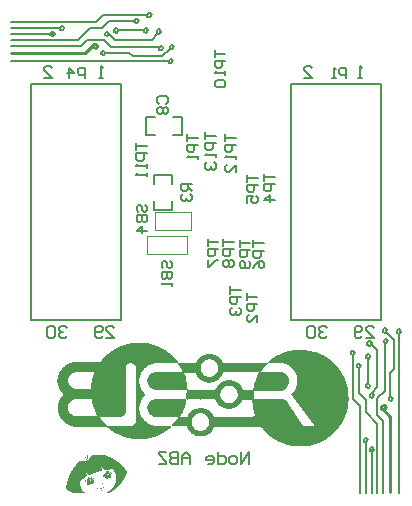
<source format=gbo>
G04*
G04 #@! TF.GenerationSoftware,Altium Limited,Altium Designer,21.0.8 (223)*
G04*
G04 Layer_Color=32896*
%FSLAX25Y25*%
%MOIN*%
G70*
G04*
G04 #@! TF.SameCoordinates,33316FA8-22EC-4851-BF61-47935A3E7C20*
G04*
G04*
G04 #@! TF.FilePolarity,Positive*
G04*
G01*
G75*
%ADD10C,0.00591*%
%ADD11C,0.00787*%
%ADD12C,0.00984*%
%ADD16C,0.00500*%
%ADD17C,0.00197*%
%ADD95C,0.00591*%
%ADD96C,0.00100*%
G36*
X32775Y14058D02*
X32891D01*
Y14028D01*
X32979D01*
Y13999D01*
X33096D01*
Y13970D01*
X33212D01*
Y13941D01*
X33300D01*
Y13912D01*
X33387D01*
Y13883D01*
X33504D01*
Y13853D01*
X33562D01*
Y13824D01*
X33679D01*
Y13795D01*
X33737D01*
Y13766D01*
X33825D01*
Y13737D01*
X33941D01*
Y13708D01*
X33970D01*
Y13679D01*
X34087D01*
Y13649D01*
X34116D01*
Y13620D01*
X34233D01*
Y13591D01*
X34291D01*
Y13562D01*
X34350D01*
Y13533D01*
X34437D01*
Y13503D01*
X34525D01*
Y13474D01*
X34554D01*
Y13445D01*
X34641D01*
Y13416D01*
X34699D01*
Y13387D01*
X34787D01*
Y13358D01*
X34845D01*
Y13329D01*
X34904D01*
Y13299D01*
X34962D01*
Y13270D01*
X35020D01*
Y13241D01*
X35078D01*
Y13212D01*
X35166D01*
Y13183D01*
X35224D01*
Y13154D01*
X35254D01*
Y13124D01*
X35341D01*
Y13095D01*
X35399D01*
Y13066D01*
X35458D01*
Y13037D01*
X35516D01*
Y13008D01*
X35574D01*
Y12979D01*
X35633D01*
Y12949D01*
X35662D01*
Y12920D01*
X35720D01*
Y12891D01*
X35807D01*
Y12862D01*
X35837D01*
Y12833D01*
X35895D01*
Y12804D01*
X35953D01*
Y12775D01*
X35982D01*
Y12745D01*
X36041D01*
Y12716D01*
X36099D01*
Y12687D01*
X36158D01*
Y12658D01*
X36187D01*
Y12629D01*
X36245D01*
Y12599D01*
X36303D01*
Y12570D01*
X36362D01*
Y12541D01*
X36391D01*
Y12512D01*
X36449D01*
Y12483D01*
X36507D01*
Y12454D01*
X36536D01*
Y12425D01*
X36595D01*
Y12395D01*
X36624D01*
Y12366D01*
X36682D01*
Y12337D01*
X36711D01*
Y12308D01*
X36770D01*
Y12279D01*
X36828D01*
Y12250D01*
X36857D01*
Y12220D01*
X36916D01*
Y12191D01*
X36945D01*
Y12162D01*
X37003D01*
Y12133D01*
X37032D01*
Y12104D01*
X37062D01*
Y12075D01*
X37120D01*
Y12045D01*
X37149D01*
Y12016D01*
X37207D01*
Y11987D01*
X37236D01*
Y11958D01*
X37295D01*
Y11929D01*
X37324D01*
Y11900D01*
X37382D01*
Y11870D01*
X37411D01*
Y11841D01*
X37440D01*
Y11812D01*
X37499D01*
Y11783D01*
X37528D01*
Y11754D01*
X37557D01*
Y11725D01*
X37615D01*
Y11695D01*
X37645D01*
Y11666D01*
X37674D01*
Y11637D01*
X37703D01*
Y11608D01*
X37761D01*
Y11579D01*
X37791D01*
Y11550D01*
X37820D01*
Y11521D01*
X37849D01*
Y11491D01*
X37907D01*
Y11462D01*
X37936D01*
Y11433D01*
X37965D01*
Y11404D01*
X37995D01*
Y11375D01*
X38053D01*
Y11346D01*
X38082D01*
Y11316D01*
X38111D01*
Y11287D01*
X38140D01*
Y11258D01*
X38170D01*
Y11229D01*
X38199D01*
Y11200D01*
X38257D01*
Y11171D01*
X38286D01*
Y11141D01*
X38315D01*
Y11112D01*
X38344D01*
Y11083D01*
X38374D01*
Y11054D01*
X38403D01*
Y11025D01*
X38432D01*
Y10996D01*
X38461D01*
Y10966D01*
X38490D01*
Y10937D01*
X38549D01*
Y10908D01*
X38578D01*
Y10879D01*
X38607D01*
Y10850D01*
X38636D01*
Y10821D01*
X38665D01*
Y10791D01*
X38695D01*
Y10762D01*
X38724D01*
Y10733D01*
X38753D01*
Y10704D01*
X38782D01*
Y10675D01*
X38811D01*
Y10646D01*
X38840D01*
Y10617D01*
X38869D01*
Y10587D01*
X38899D01*
Y10558D01*
X38928D01*
Y10529D01*
X38957D01*
Y10500D01*
X38986D01*
Y10471D01*
X39015D01*
Y10442D01*
X39044D01*
Y10412D01*
X39074D01*
Y10383D01*
X39103D01*
Y10354D01*
X39132D01*
Y10325D01*
X39161D01*
Y10296D01*
X39190D01*
Y10267D01*
Y10238D01*
X39248D01*
Y10208D01*
Y10179D01*
X39278D01*
Y10150D01*
X39307D01*
Y10121D01*
X39336D01*
Y10092D01*
X39365D01*
Y10063D01*
X39394D01*
Y10033D01*
X39423D01*
Y10004D01*
X39453D01*
Y9975D01*
X39482D01*
Y9946D01*
Y9917D01*
X39511D01*
Y9888D01*
X39540D01*
Y9858D01*
X39569D01*
Y9829D01*
X39598D01*
Y9800D01*
Y9771D01*
X39628D01*
Y9742D01*
X39686D01*
Y9713D01*
Y9683D01*
X39715D01*
Y9654D01*
X39744D01*
Y9625D01*
X39773D01*
Y9596D01*
Y9567D01*
X39803D01*
Y9538D01*
X39832D01*
Y9509D01*
X39861D01*
Y9479D01*
Y9450D01*
X39890D01*
Y9421D01*
X39919D01*
Y9392D01*
X39948D01*
Y9363D01*
Y9334D01*
X39977D01*
Y9304D01*
X40007D01*
Y9275D01*
X40036D01*
Y9246D01*
Y9217D01*
X40065D01*
Y9188D01*
X40094D01*
Y9159D01*
X40123D01*
Y9129D01*
Y9100D01*
X40152D01*
Y9071D01*
X40182D01*
Y9042D01*
Y9013D01*
X40211D01*
Y8984D01*
X40240D01*
Y8954D01*
Y8925D01*
X40269D01*
Y8896D01*
X40298D01*
Y8867D01*
Y8838D01*
X40327D01*
Y8809D01*
X40357D01*
Y8779D01*
Y8750D01*
X40386D01*
Y8721D01*
X40415D01*
Y8692D01*
Y8663D01*
X40444D01*
Y8634D01*
X40473D01*
Y8604D01*
Y8575D01*
Y8546D01*
X40502D01*
Y8517D01*
X40532D01*
Y8488D01*
Y8459D01*
X40561D01*
Y8429D01*
Y8400D01*
X40590D01*
Y8371D01*
X40619D01*
Y8342D01*
X40648D01*
Y8313D01*
Y8284D01*
Y8255D01*
Y8225D01*
Y8196D01*
X40619D01*
Y8167D01*
Y8138D01*
Y8109D01*
Y8080D01*
X40590D01*
Y8050D01*
Y8021D01*
X40561D01*
Y7992D01*
Y7963D01*
Y7934D01*
Y7905D01*
X40532D01*
Y7875D01*
Y7846D01*
Y7817D01*
X40502D01*
Y7788D01*
Y7759D01*
X40473D01*
Y7730D01*
Y7700D01*
Y7671D01*
Y7642D01*
X40444D01*
Y7613D01*
Y7584D01*
X40415D01*
Y7555D01*
Y7525D01*
X40386D01*
Y7496D01*
Y7467D01*
Y7438D01*
Y7409D01*
X40357D01*
Y7380D01*
Y7351D01*
X40327D01*
Y7321D01*
Y7292D01*
X40298D01*
Y7263D01*
Y7234D01*
X40269D01*
Y7205D01*
Y7176D01*
Y7146D01*
X40240D01*
Y7117D01*
Y7088D01*
X40211D01*
Y7059D01*
Y7030D01*
X40182D01*
Y7001D01*
Y6972D01*
Y6942D01*
X40152D01*
Y6913D01*
Y6884D01*
X40123D01*
Y6855D01*
Y6826D01*
X40094D01*
Y6797D01*
Y6767D01*
X40065D01*
Y6738D01*
Y6709D01*
X40036D01*
Y6680D01*
Y6651D01*
X40007D01*
Y6622D01*
Y6592D01*
X39977D01*
Y6563D01*
Y6534D01*
X39948D01*
Y6505D01*
Y6476D01*
X39919D01*
Y6447D01*
Y6417D01*
X39890D01*
Y6388D01*
X39861D01*
Y6359D01*
Y6330D01*
X39832D01*
Y6301D01*
Y6272D01*
X39803D01*
Y6242D01*
Y6213D01*
X39773D01*
Y6184D01*
Y6155D01*
X39744D01*
Y6126D01*
X39715D01*
Y6097D01*
Y6067D01*
X39686D01*
Y6038D01*
Y6009D01*
X39657D01*
Y5980D01*
Y5951D01*
X39628D01*
Y5922D01*
X39598D01*
Y5892D01*
Y5863D01*
X39569D01*
Y5834D01*
X39540D01*
Y5805D01*
Y5776D01*
Y5747D01*
X39511D01*
Y5718D01*
X39482D01*
Y5688D01*
X39453D01*
Y5659D01*
Y5630D01*
X39423D01*
Y5601D01*
X39394D01*
Y5572D01*
Y5543D01*
X39365D01*
Y5513D01*
Y5484D01*
X39336D01*
Y5455D01*
X39307D01*
Y5426D01*
Y5397D01*
X39278D01*
Y5368D01*
X39248D01*
Y5339D01*
Y5309D01*
X39219D01*
Y5280D01*
X39190D01*
Y5251D01*
X39161D01*
Y5222D01*
Y5193D01*
X39132D01*
Y5164D01*
X39103D01*
Y5134D01*
X39074D01*
Y5105D01*
Y5076D01*
X39044D01*
Y5047D01*
X39015D01*
Y5018D01*
Y4989D01*
X38986D01*
Y4959D01*
X38957D01*
Y4930D01*
Y4901D01*
X38928D01*
Y4872D01*
X38899D01*
Y4843D01*
X38869D01*
Y4814D01*
X38840D01*
Y4784D01*
Y4755D01*
X38811D01*
Y4726D01*
X38782D01*
Y4697D01*
X38753D01*
Y4668D01*
X38724D01*
Y4639D01*
Y4609D01*
X38695D01*
Y4580D01*
X38665D01*
Y4551D01*
X38636D01*
Y4522D01*
X38607D01*
Y4493D01*
Y4464D01*
X38578D01*
Y4434D01*
X38549D01*
Y4405D01*
X38519D01*
Y4376D01*
X38490D01*
Y4347D01*
Y4318D01*
X38461D01*
Y4289D01*
X38432D01*
Y4259D01*
X38403D01*
Y4230D01*
X38374D01*
Y4201D01*
X38344D01*
Y4172D01*
X38315D01*
Y4143D01*
X38286D01*
Y4114D01*
Y4085D01*
X38257D01*
Y4055D01*
X38228D01*
Y4026D01*
X38199D01*
Y3997D01*
X38170D01*
Y3968D01*
X38140D01*
Y3939D01*
X38111D01*
Y3910D01*
X38082D01*
Y3880D01*
X38053D01*
Y3851D01*
X38024D01*
Y3822D01*
X37995D01*
Y3793D01*
X37965D01*
Y3764D01*
X37936D01*
Y3735D01*
X37907D01*
Y3706D01*
Y3676D01*
X37849D01*
Y3647D01*
Y3618D01*
X37791D01*
Y3589D01*
X37761D01*
Y3560D01*
X37732D01*
Y3531D01*
X37703D01*
Y3501D01*
X37674D01*
Y3472D01*
X37645D01*
Y3443D01*
X37615D01*
Y3414D01*
X37586D01*
Y3385D01*
X37557D01*
Y3356D01*
X37528D01*
Y3326D01*
X37499D01*
Y3297D01*
X37470D01*
Y3268D01*
X37440D01*
Y3239D01*
X37382D01*
Y3210D01*
Y3181D01*
X37324D01*
Y3151D01*
X37295D01*
Y3122D01*
X37266D01*
Y3093D01*
X37236D01*
Y3064D01*
X37207D01*
Y3035D01*
X37149D01*
Y3006D01*
Y2977D01*
X37091D01*
Y2947D01*
X37062D01*
Y2918D01*
X37032D01*
Y2889D01*
X37003D01*
Y2860D01*
X36974D01*
Y2831D01*
X36916D01*
Y2802D01*
X36887D01*
Y2772D01*
X36857D01*
Y2743D01*
X36828D01*
Y2714D01*
X36770D01*
Y2685D01*
X36741D01*
Y2656D01*
X36711D01*
Y2627D01*
X36653D01*
Y2597D01*
X36624D01*
Y2568D01*
X36595D01*
Y2539D01*
X36536D01*
Y2510D01*
X36507D01*
Y2481D01*
X36478D01*
Y2452D01*
X36420D01*
Y2422D01*
X36391D01*
Y2393D01*
X36362D01*
Y2364D01*
X36303D01*
Y2335D01*
X36274D01*
Y2306D01*
X36216D01*
Y2277D01*
X36187D01*
Y2247D01*
X36128D01*
Y2218D01*
X36099D01*
Y2189D01*
X36070D01*
Y2160D01*
X36012D01*
Y2131D01*
X35982D01*
Y2102D01*
X35924D01*
Y2073D01*
X35866D01*
Y2043D01*
X35837D01*
Y2014D01*
X35807D01*
Y1985D01*
X35749D01*
Y1956D01*
X35691D01*
Y1927D01*
X35662D01*
Y1898D01*
X35603D01*
Y1868D01*
X35545D01*
Y1839D01*
X35516D01*
Y1810D01*
X35487D01*
Y1781D01*
X35399D01*
Y1752D01*
X35370D01*
Y1723D01*
X35312D01*
Y1693D01*
X35254D01*
Y1664D01*
X35224D01*
Y1635D01*
X35166D01*
Y1606D01*
X35108D01*
Y1577D01*
X35049D01*
Y1548D01*
X34991D01*
Y1518D01*
X34933D01*
Y1489D01*
X34904D01*
Y1460D01*
X33883D01*
Y1489D01*
X33941D01*
Y1518D01*
X34000D01*
Y1548D01*
X34029D01*
Y1577D01*
X34087D01*
Y1606D01*
X34145D01*
Y1635D01*
X34204D01*
Y1664D01*
X34233D01*
Y1693D01*
X34291D01*
Y1723D01*
X34350D01*
Y1752D01*
X34379D01*
Y1781D01*
X34437D01*
Y1810D01*
X34466D01*
Y1839D01*
X34525D01*
Y1868D01*
X34554D01*
Y1898D01*
X34612D01*
Y1927D01*
X34641D01*
Y1956D01*
X34699D01*
Y1985D01*
X34729D01*
Y2014D01*
X34787D01*
Y2043D01*
X34816D01*
Y2073D01*
X34845D01*
Y2102D01*
X34904D01*
Y2131D01*
X34933D01*
Y2160D01*
X34962D01*
Y2189D01*
X34991D01*
Y2218D01*
X35049D01*
Y2247D01*
X35078D01*
Y2277D01*
X35108D01*
Y2306D01*
X35137D01*
Y2335D01*
X35166D01*
Y2364D01*
X35224D01*
Y2393D01*
X35254D01*
Y2422D01*
X35283D01*
Y2452D01*
X35312D01*
Y2481D01*
X35341D01*
Y2510D01*
X35370D01*
Y2539D01*
X35399D01*
Y2568D01*
X35428D01*
Y2597D01*
X35458D01*
Y2627D01*
X35516D01*
Y2656D01*
Y2685D01*
X35574D01*
Y2714D01*
Y2743D01*
X35633D01*
Y2772D01*
Y2802D01*
X35662D01*
Y2831D01*
X35691D01*
Y2860D01*
X35720D01*
Y2889D01*
X35749D01*
Y2918D01*
X35778D01*
Y2947D01*
X35807D01*
Y2977D01*
X35837D01*
Y3006D01*
X35866D01*
Y3035D01*
X35895D01*
Y3064D01*
Y3093D01*
X35924D01*
Y3122D01*
X35953D01*
Y3151D01*
X35982D01*
Y3181D01*
X36012D01*
Y3210D01*
X36041D01*
Y3239D01*
Y3268D01*
X36070D01*
Y3297D01*
X36099D01*
Y3326D01*
X36128D01*
Y3356D01*
Y3385D01*
X36158D01*
Y3414D01*
X36187D01*
Y3443D01*
X36216D01*
Y3472D01*
Y3501D01*
X36245D01*
Y3531D01*
X36274D01*
Y3560D01*
Y3589D01*
X36303D01*
Y3618D01*
X36332D01*
Y3647D01*
Y3676D01*
X36362D01*
Y3706D01*
X36391D01*
Y3735D01*
Y3764D01*
X36420D01*
Y3793D01*
Y3822D01*
X36449D01*
Y3851D01*
X36478D01*
Y3880D01*
Y3910D01*
X36507D01*
Y3939D01*
Y3968D01*
X36536D01*
Y3997D01*
X36566D01*
Y4026D01*
Y4055D01*
X36595D01*
Y4085D01*
Y4114D01*
X36624D01*
Y4143D01*
Y4172D01*
X36653D01*
Y4201D01*
Y4230D01*
X36682D01*
Y4259D01*
Y4289D01*
X36711D01*
Y4318D01*
Y4347D01*
X36741D01*
Y4376D01*
Y4405D01*
Y4434D01*
X36770D01*
Y4464D01*
Y4493D01*
X36799D01*
Y4522D01*
Y4551D01*
X36828D01*
Y4580D01*
Y4609D01*
Y4639D01*
X36857D01*
Y4668D01*
Y4697D01*
X36887D01*
Y4726D01*
Y4755D01*
Y4784D01*
X36916D01*
Y4814D01*
Y4843D01*
X36945D01*
Y4872D01*
Y4901D01*
Y4930D01*
X36974D01*
Y4959D01*
Y4989D01*
Y5018D01*
Y5047D01*
X37003D01*
Y5076D01*
Y5105D01*
Y5134D01*
Y5164D01*
X37032D01*
Y5193D01*
Y5222D01*
Y5251D01*
X37062D01*
Y5280D01*
Y5309D01*
Y5339D01*
Y5368D01*
Y5397D01*
X37091D01*
Y5426D01*
Y5455D01*
Y5484D01*
Y5513D01*
X37120D01*
Y5543D01*
Y5572D01*
Y5601D01*
Y5630D01*
Y5659D01*
Y5688D01*
Y5718D01*
Y5747D01*
Y5776D01*
Y5805D01*
Y5834D01*
Y5863D01*
Y5892D01*
Y5922D01*
Y5951D01*
Y5980D01*
Y6009D01*
Y6038D01*
Y6067D01*
Y6097D01*
Y6126D01*
Y6155D01*
Y6184D01*
Y6213D01*
Y6242D01*
Y6272D01*
Y6301D01*
Y6330D01*
Y6359D01*
Y6388D01*
Y6417D01*
X37091D01*
Y6447D01*
Y6476D01*
Y6505D01*
Y6534D01*
Y6563D01*
Y6592D01*
X37062D01*
Y6622D01*
Y6651D01*
Y6680D01*
Y6709D01*
Y6738D01*
Y6767D01*
X37032D01*
Y6797D01*
Y6826D01*
Y6855D01*
Y6884D01*
X37003D01*
Y6913D01*
Y6942D01*
Y6972D01*
Y7001D01*
X36974D01*
Y7030D01*
Y7059D01*
Y7088D01*
Y7117D01*
X36945D01*
Y7146D01*
Y7176D01*
Y7205D01*
X36916D01*
Y7234D01*
Y7263D01*
Y7292D01*
Y7321D01*
X36887D01*
Y7351D01*
Y7380D01*
Y7409D01*
X36857D01*
Y7438D01*
Y7467D01*
X36828D01*
Y7496D01*
Y7525D01*
Y7555D01*
Y7584D01*
X36799D01*
Y7613D01*
Y7642D01*
X36770D01*
Y7671D01*
Y7700D01*
Y7730D01*
X36741D01*
Y7759D01*
Y7788D01*
X36711D01*
Y7817D01*
Y7846D01*
Y7875D01*
X36682D01*
Y7905D01*
Y7934D01*
X36653D01*
Y7963D01*
Y7992D01*
X36624D01*
Y8021D01*
Y8050D01*
X36595D01*
Y8080D01*
Y8109D01*
Y8138D01*
X36566D01*
Y8167D01*
Y8196D01*
X36536D01*
Y8225D01*
Y8255D01*
X36507D01*
Y8284D01*
Y8313D01*
X36478D01*
Y8342D01*
Y8371D01*
X36449D01*
Y8400D01*
Y8429D01*
X36420D01*
Y8459D01*
Y8488D01*
X36391D01*
Y8517D01*
Y8546D01*
X36362D01*
Y8575D01*
Y8604D01*
X36332D01*
Y8634D01*
Y8663D01*
X36303D01*
Y8692D01*
Y8721D01*
X36274D01*
Y8750D01*
Y8779D01*
X36245D01*
Y8809D01*
X36216D01*
Y8838D01*
Y8867D01*
X36187D01*
Y8896D01*
Y8925D01*
X36158D01*
Y8954D01*
X36128D01*
Y8984D01*
Y9013D01*
X36099D01*
Y9042D01*
Y9071D01*
X36070D01*
Y9100D01*
X36041D01*
Y9129D01*
Y9159D01*
X36012D01*
Y9188D01*
X35982D01*
Y9217D01*
X35195D01*
Y9188D01*
X34874D01*
Y9159D01*
X34612D01*
Y9129D01*
X34408D01*
Y9100D01*
X34174D01*
Y9071D01*
X34058D01*
Y9042D01*
X33854D01*
Y9013D01*
X33708D01*
Y8984D01*
X33562D01*
Y8954D01*
X33416D01*
Y8925D01*
X33270D01*
Y8896D01*
X33154D01*
Y8867D01*
X33037D01*
Y8896D01*
Y8925D01*
X33008D01*
Y8954D01*
Y8984D01*
X32979D01*
Y9013D01*
Y9042D01*
X32950D01*
Y9071D01*
Y9100D01*
X32921D01*
Y9129D01*
X32891D01*
Y9159D01*
Y9188D01*
X32862D01*
Y9217D01*
Y9246D01*
X32833D01*
Y9275D01*
X32804D01*
Y9304D01*
Y9334D01*
X32775D01*
Y9363D01*
X32746D01*
Y9392D01*
X32717D01*
Y9421D01*
Y9450D01*
X32687D01*
Y9479D01*
X32658D01*
Y9509D01*
X32629D01*
Y9538D01*
Y9567D01*
X32600D01*
Y9596D01*
X32571D01*
Y9625D01*
X32541D01*
Y9654D01*
X32512D01*
Y9683D01*
X32483D01*
Y9713D01*
X32454D01*
Y9742D01*
X32425D01*
Y9771D01*
X32396D01*
Y9800D01*
X32367D01*
Y9829D01*
X32308D01*
Y9858D01*
Y9888D01*
X32279D01*
Y9917D01*
X32221D01*
Y9946D01*
X32192D01*
Y9975D01*
X32162D01*
Y10004D01*
X32133D01*
Y10033D01*
X32075D01*
Y10063D01*
X32046D01*
Y10092D01*
X32017D01*
Y10121D01*
X31958D01*
Y10150D01*
X31900D01*
Y10121D01*
Y10092D01*
X31929D01*
Y10063D01*
Y10033D01*
X31958D01*
Y10004D01*
X31988D01*
Y9975D01*
X32017D01*
Y9946D01*
Y9917D01*
X32046D01*
Y9888D01*
X32075D01*
Y9858D01*
Y9829D01*
X32104D01*
Y9800D01*
X32133D01*
Y9771D01*
Y9742D01*
X32162D01*
Y9713D01*
Y9683D01*
X32192D01*
Y9654D01*
Y9625D01*
X32221D01*
Y9596D01*
Y9567D01*
X32250D01*
Y9538D01*
Y9509D01*
X32279D01*
Y9479D01*
Y9450D01*
X32308D01*
Y9421D01*
Y9392D01*
Y9363D01*
X32337D01*
Y9334D01*
Y9304D01*
X32367D01*
Y9275D01*
Y9246D01*
Y9217D01*
X32396D01*
Y9188D01*
Y9159D01*
Y9129D01*
X32425D01*
Y9100D01*
Y9071D01*
Y9042D01*
X32454D01*
Y9013D01*
Y8984D01*
Y8954D01*
Y8925D01*
Y8896D01*
X32483D01*
Y8867D01*
X32454D01*
Y8838D01*
X32425D01*
Y8809D01*
X32250D01*
Y8779D01*
X32104D01*
Y8750D01*
X32017D01*
Y8721D01*
X31871D01*
Y8692D01*
X31783D01*
Y8663D01*
X31667D01*
Y8634D01*
X31550D01*
Y8604D01*
X31463D01*
Y8575D01*
X31375D01*
Y8546D01*
X31258D01*
Y8517D01*
X31171D01*
Y8488D01*
X31084D01*
Y8459D01*
X30996D01*
Y8429D01*
X30909D01*
Y8400D01*
X30821D01*
Y8371D01*
X30734D01*
Y8342D01*
X30646D01*
Y8313D01*
X30559D01*
Y8284D01*
X30500D01*
Y8255D01*
X30413D01*
Y8225D01*
X30325D01*
Y8196D01*
X30267D01*
Y8167D01*
X30150D01*
Y8138D01*
X30092D01*
Y8109D01*
X30005D01*
Y8080D01*
X29917D01*
Y8050D01*
X29859D01*
Y8021D01*
X29800D01*
Y7992D01*
X29713D01*
Y7963D01*
X29655D01*
Y7934D01*
X29567D01*
Y7905D01*
X29509D01*
Y7875D01*
X29421D01*
Y7846D01*
X29334D01*
Y7817D01*
X29276D01*
Y7788D01*
X29217D01*
Y7759D01*
X29130D01*
Y7730D01*
X29071D01*
Y7700D01*
X28984D01*
Y7671D01*
X28926D01*
Y7642D01*
X28867D01*
Y7613D01*
X28780D01*
Y7584D01*
X28721D01*
Y7555D01*
X28634D01*
Y7525D01*
X28576D01*
Y7496D01*
X28517D01*
Y7467D01*
X28459D01*
Y7438D01*
X28401D01*
Y7409D01*
X28313D01*
Y7380D01*
X28255D01*
Y7351D01*
X28197D01*
Y7321D01*
X28109D01*
Y7292D01*
X28051D01*
Y7263D01*
X27992D01*
Y7234D01*
X27934D01*
Y7205D01*
X27876D01*
Y7176D01*
X27759D01*
Y7205D01*
X27730D01*
Y7234D01*
X27701D01*
Y7263D01*
X27672D01*
Y7292D01*
Y7321D01*
X27643D01*
Y7351D01*
Y7380D01*
X27613D01*
Y7409D01*
X27584D01*
Y7438D01*
Y7467D01*
X27555D01*
Y7496D01*
Y7525D01*
X27526D01*
Y7555D01*
Y7584D01*
X27497D01*
Y7613D01*
Y7642D01*
X27468D01*
Y7671D01*
Y7700D01*
Y7730D01*
X27438D01*
Y7759D01*
Y7788D01*
Y7817D01*
X27409D01*
Y7846D01*
Y7875D01*
Y7905D01*
Y7934D01*
X27380D01*
Y7963D01*
Y7992D01*
Y8021D01*
X27351D01*
Y8050D01*
Y8080D01*
Y8109D01*
X27322D01*
Y8138D01*
Y8167D01*
Y8196D01*
Y8225D01*
Y8255D01*
Y8284D01*
X27293D01*
Y8313D01*
Y8342D01*
Y8371D01*
Y8400D01*
Y8429D01*
Y8459D01*
X27263D01*
Y8488D01*
Y8517D01*
Y8546D01*
Y8575D01*
X27205D01*
Y8546D01*
Y8517D01*
Y8488D01*
Y8459D01*
Y8429D01*
X27176D01*
Y8400D01*
Y8371D01*
Y8342D01*
Y8313D01*
Y8284D01*
X27147D01*
Y8255D01*
Y8225D01*
Y8196D01*
Y8167D01*
Y8138D01*
Y8109D01*
Y8080D01*
Y8050D01*
Y8021D01*
Y7992D01*
Y7963D01*
Y7934D01*
Y7905D01*
Y7875D01*
X27118D01*
Y7846D01*
Y7817D01*
Y7788D01*
Y7759D01*
Y7730D01*
Y7700D01*
Y7671D01*
Y7642D01*
X27147D01*
Y7613D01*
Y7584D01*
Y7555D01*
Y7525D01*
Y7496D01*
Y7467D01*
Y7438D01*
Y7409D01*
Y7380D01*
Y7351D01*
Y7321D01*
X27176D01*
Y7292D01*
Y7263D01*
Y7234D01*
Y7205D01*
Y7176D01*
Y7146D01*
Y7117D01*
X27205D01*
Y7088D01*
Y7059D01*
Y7030D01*
Y7001D01*
Y6972D01*
X27234D01*
Y6942D01*
Y6913D01*
X27205D01*
Y6884D01*
X27176D01*
Y6855D01*
X27118D01*
Y6826D01*
X27059D01*
Y6797D01*
X27030D01*
Y6767D01*
X26972D01*
Y6738D01*
X26943D01*
Y6709D01*
X26884D01*
Y6680D01*
X26855D01*
Y6651D01*
X26797D01*
Y6622D01*
X26768D01*
Y6592D01*
X26709D01*
Y6563D01*
X26680D01*
Y6534D01*
X26622D01*
Y6505D01*
Y6476D01*
X26564D01*
Y6447D01*
X26534D01*
Y6417D01*
X26476D01*
Y6388D01*
X26447D01*
Y6359D01*
X26389D01*
Y6330D01*
X26360D01*
Y6301D01*
X26301D01*
Y6272D01*
X26272D01*
Y6242D01*
X26243D01*
Y6213D01*
X26184D01*
Y6184D01*
X26155D01*
Y6155D01*
X26126D01*
Y6126D01*
X26097D01*
Y6097D01*
X26039D01*
Y6067D01*
X26010D01*
Y6038D01*
X25980D01*
Y6009D01*
X25922D01*
Y5980D01*
X25893D01*
Y5951D01*
X25835D01*
Y5922D01*
X25805D01*
Y5892D01*
X25776D01*
Y5863D01*
X25747D01*
Y5834D01*
X25689D01*
Y5805D01*
X25660D01*
Y5776D01*
X25630D01*
Y5747D01*
X25601D01*
Y5718D01*
X25543D01*
Y5688D01*
X25514D01*
Y5659D01*
X25485D01*
Y5630D01*
X25426D01*
Y5601D01*
X25397D01*
Y5572D01*
X25368D01*
Y5543D01*
X25310D01*
Y5513D01*
X25280D01*
Y5484D01*
X25251D01*
Y5455D01*
X25222D01*
Y5426D01*
X25193D01*
Y5397D01*
X25135D01*
Y5368D01*
X25106D01*
Y5339D01*
X25076D01*
Y5309D01*
Y5280D01*
Y5251D01*
Y5222D01*
Y5193D01*
Y5164D01*
X25047D01*
Y5134D01*
Y5105D01*
Y5076D01*
Y5047D01*
Y5018D01*
Y4989D01*
Y4959D01*
Y4930D01*
Y4901D01*
X25018D01*
Y4872D01*
Y4843D01*
Y4814D01*
Y4784D01*
Y4755D01*
Y4726D01*
X24989D01*
Y4697D01*
Y4668D01*
Y4639D01*
Y4609D01*
Y4580D01*
Y4551D01*
Y4522D01*
Y4493D01*
Y4464D01*
Y4434D01*
Y4405D01*
Y4376D01*
Y4347D01*
X25018D01*
Y4318D01*
Y4289D01*
Y4259D01*
Y4230D01*
Y4201D01*
X25047D01*
Y4172D01*
Y4143D01*
Y4114D01*
Y4085D01*
Y4055D01*
Y4026D01*
X25076D01*
Y3997D01*
Y3968D01*
Y3939D01*
Y3910D01*
X25106D01*
Y3880D01*
Y3851D01*
Y3822D01*
Y3793D01*
Y3764D01*
Y3735D01*
X25135D01*
Y3706D01*
Y3676D01*
Y3647D01*
Y3618D01*
X25164D01*
Y3589D01*
Y3560D01*
Y3531D01*
Y3501D01*
X25193D01*
Y3472D01*
Y3443D01*
Y3414D01*
Y3385D01*
X25222D01*
Y3356D01*
Y3326D01*
Y3297D01*
X25251D01*
Y3268D01*
Y3239D01*
Y3210D01*
X25280D01*
Y3181D01*
Y3151D01*
Y3122D01*
X25310D01*
Y3093D01*
Y3064D01*
X25339D01*
Y3035D01*
Y3006D01*
Y2977D01*
X25368D01*
Y2947D01*
Y2918D01*
X25397D01*
Y2889D01*
Y2860D01*
X25426D01*
Y2831D01*
Y2802D01*
Y2772D01*
X25455D01*
Y2743D01*
Y2714D01*
X25485D01*
Y2685D01*
Y2656D01*
X25514D01*
Y2627D01*
Y2597D01*
X25543D01*
Y2568D01*
X25572D01*
Y2539D01*
Y2510D01*
X25601D01*
Y2481D01*
Y2452D01*
X25630D01*
Y2422D01*
Y2393D01*
X25660D01*
Y2364D01*
X25689D01*
Y2335D01*
Y2306D01*
X25718D01*
Y2277D01*
X25747D01*
Y2247D01*
Y2218D01*
X25776D01*
Y2189D01*
Y2160D01*
X25805D01*
Y2131D01*
X25835D01*
Y2102D01*
X25864D01*
Y2073D01*
X25893D01*
Y2043D01*
X25922D01*
Y2014D01*
Y1985D01*
X25951D01*
Y1956D01*
X25980D01*
Y1927D01*
X26010D01*
Y1898D01*
X26039D01*
Y1868D01*
X26068D01*
Y1839D01*
X26097D01*
Y1810D01*
X26126D01*
Y1781D01*
X26155D01*
Y1752D01*
X26184D01*
Y1723D01*
X26214D01*
Y1693D01*
X26243D01*
Y1664D01*
X26301D01*
Y1635D01*
X26330D01*
Y1606D01*
X26360D01*
Y1577D01*
X26389D01*
Y1548D01*
X26447D01*
Y1518D01*
X26476D01*
Y1489D01*
X26534D01*
Y1460D01*
X22248D01*
Y1489D01*
X22189D01*
Y1518D01*
X22131D01*
Y1548D01*
X22073D01*
Y1577D01*
X22044D01*
Y1606D01*
X21985D01*
Y1635D01*
X21927D01*
Y1664D01*
X21869D01*
Y1693D01*
X21839D01*
Y1723D01*
X21781D01*
Y1752D01*
X21723D01*
Y1781D01*
X21694D01*
Y1810D01*
X21635D01*
Y1839D01*
X21606D01*
Y1868D01*
X21548D01*
Y1898D01*
X21490D01*
Y1927D01*
X21461D01*
Y1956D01*
X21402D01*
Y1985D01*
X21373D01*
Y2014D01*
X21315D01*
Y2043D01*
X21285D01*
Y2073D01*
X21256D01*
Y2102D01*
X21198D01*
Y2131D01*
X21169D01*
Y2160D01*
X21111D01*
Y2189D01*
X21081D01*
Y2218D01*
X21023D01*
Y2247D01*
X20994D01*
Y2277D01*
X20936D01*
Y2306D01*
X20906D01*
Y2335D01*
X20848D01*
Y2364D01*
X20819D01*
Y2393D01*
X20790D01*
Y2422D01*
X20761D01*
Y2452D01*
X20702D01*
Y2481D01*
X20673D01*
Y2510D01*
X20644D01*
Y2539D01*
X20586D01*
Y2568D01*
X20557D01*
Y2597D01*
X20527D01*
Y2627D01*
X20469D01*
Y2656D01*
X20440D01*
Y2685D01*
X20411D01*
Y2714D01*
X20381D01*
Y2743D01*
X20323D01*
Y2772D01*
X20294D01*
Y2802D01*
X20265D01*
Y2831D01*
X20236D01*
Y2860D01*
Y2889D01*
Y2918D01*
Y2947D01*
X20265D01*
Y2977D01*
Y3006D01*
Y3035D01*
Y3064D01*
Y3093D01*
Y3122D01*
X20294D01*
Y3151D01*
Y3181D01*
Y3210D01*
Y3239D01*
Y3268D01*
X20323D01*
Y3297D01*
Y3326D01*
Y3356D01*
Y3385D01*
Y3414D01*
Y3443D01*
X20352D01*
Y3472D01*
Y3501D01*
Y3531D01*
Y3560D01*
Y3589D01*
X20381D01*
Y3618D01*
Y3647D01*
Y3676D01*
Y3706D01*
X20411D01*
Y3735D01*
Y3764D01*
Y3793D01*
Y3822D01*
Y3851D01*
Y3880D01*
Y3910D01*
X20440D01*
Y3939D01*
Y3968D01*
X20469D01*
Y3997D01*
Y4026D01*
Y4055D01*
Y4085D01*
Y4114D01*
Y4143D01*
X20498D01*
Y4172D01*
Y4201D01*
Y4230D01*
Y4259D01*
X20527D01*
Y4289D01*
Y4318D01*
Y4347D01*
X20557D01*
Y4376D01*
Y4405D01*
Y4434D01*
Y4464D01*
Y4493D01*
X20586D01*
Y4522D01*
Y4551D01*
X20615D01*
Y4580D01*
Y4609D01*
Y4639D01*
Y4668D01*
Y4697D01*
X20644D01*
Y4726D01*
Y4755D01*
Y4784D01*
Y4814D01*
Y4843D01*
X20673D01*
Y4872D01*
Y4901D01*
X20702D01*
Y4930D01*
Y4959D01*
Y4989D01*
Y5018D01*
X20731D01*
Y5047D01*
Y5076D01*
Y5105D01*
Y5134D01*
X20761D01*
Y5164D01*
Y5193D01*
Y5222D01*
X20790D01*
Y5251D01*
Y5280D01*
Y5309D01*
Y5339D01*
X20819D01*
Y5368D01*
Y5397D01*
X20848D01*
Y5426D01*
Y5455D01*
Y5484D01*
Y5513D01*
X20877D01*
Y5543D01*
Y5572D01*
Y5601D01*
Y5630D01*
X20906D01*
Y5659D01*
Y5688D01*
X20936D01*
Y5718D01*
Y5747D01*
Y5776D01*
Y5805D01*
X20965D01*
Y5834D01*
Y5863D01*
X20994D01*
Y5892D01*
Y5922D01*
Y5951D01*
X21023D01*
Y5980D01*
Y6009D01*
Y6038D01*
Y6067D01*
X21052D01*
Y6097D01*
X21081D01*
Y6126D01*
Y6155D01*
Y6184D01*
X21111D01*
Y6213D01*
Y6242D01*
Y6272D01*
Y6301D01*
X21140D01*
Y6330D01*
X21169D01*
Y6359D01*
Y6388D01*
Y6417D01*
Y6447D01*
X21198D01*
Y6476D01*
Y6505D01*
Y6534D01*
X21227D01*
Y6563D01*
Y6592D01*
X21256D01*
Y6622D01*
Y6651D01*
Y6680D01*
X21285D01*
Y6709D01*
Y6738D01*
X21315D01*
Y6767D01*
Y6797D01*
Y6826D01*
X21344D01*
Y6855D01*
Y6884D01*
X21373D01*
Y6913D01*
Y6942D01*
X21402D01*
Y6972D01*
Y7001D01*
Y7030D01*
X21431D01*
Y7059D01*
Y7088D01*
X21461D01*
Y7117D01*
Y7146D01*
Y7176D01*
X21490D01*
Y7205D01*
Y7234D01*
X21519D01*
Y7263D01*
Y7292D01*
X21548D01*
Y7321D01*
Y7351D01*
X21577D01*
Y7380D01*
Y7409D01*
Y7438D01*
X21606D01*
Y7467D01*
Y7496D01*
X21635D01*
Y7525D01*
Y7555D01*
X21665D01*
Y7584D01*
Y7613D01*
X21694D01*
Y7642D01*
Y7671D01*
X21723D01*
Y7700D01*
Y7730D01*
Y7759D01*
X21752D01*
Y7788D01*
X21781D01*
Y7817D01*
Y7846D01*
Y7875D01*
X21810D01*
Y7905D01*
Y7934D01*
X21839D01*
Y7963D01*
X21869D01*
Y7992D01*
Y8021D01*
Y8050D01*
X21898D01*
Y8080D01*
X21927D01*
Y8109D01*
Y8138D01*
Y8167D01*
X21956D01*
Y8196D01*
Y8225D01*
X21985D01*
Y8255D01*
X22015D01*
Y8284D01*
Y8313D01*
X22044D01*
Y8342D01*
Y8371D01*
X22073D01*
Y8400D01*
Y8429D01*
X22102D01*
Y8459D01*
Y8488D01*
X22131D01*
Y8517D01*
X22160D01*
Y8546D01*
Y8575D01*
X22189D01*
Y8604D01*
Y8634D01*
X22219D01*
Y8663D01*
Y8692D01*
X22248D01*
Y8721D01*
Y8750D01*
X22277D01*
Y8779D01*
Y8809D01*
X22306D01*
Y8838D01*
X22335D01*
Y8867D01*
Y8896D01*
X22364D01*
Y8925D01*
X22394D01*
Y8954D01*
Y8984D01*
X22423D01*
Y9013D01*
Y9042D01*
X22452D01*
Y9071D01*
Y9100D01*
X22481D01*
Y9129D01*
X22510D01*
Y9159D01*
Y9188D01*
X22539D01*
Y9217D01*
X22569D01*
Y9246D01*
Y9275D01*
X22598D01*
Y9304D01*
X22627D01*
Y9334D01*
Y9363D01*
X22656D01*
Y9392D01*
Y9421D01*
X22685D01*
Y9450D01*
X22714D01*
Y9479D01*
Y9509D01*
X22743D01*
Y9538D01*
X22773D01*
Y9567D01*
X22802D01*
Y9596D01*
Y9625D01*
X22831D01*
Y9654D01*
X22860D01*
Y9683D01*
Y9713D01*
X22889D01*
Y9742D01*
X22919D01*
Y9771D01*
Y9800D01*
X22948D01*
Y9829D01*
X22977D01*
Y9858D01*
Y9888D01*
X23006D01*
Y9917D01*
X23035D01*
Y9946D01*
X23064D01*
Y9975D01*
Y10004D01*
X23094D01*
Y10033D01*
X23123D01*
Y10063D01*
X23152D01*
Y10092D01*
Y10121D01*
X23181D01*
Y10150D01*
X23210D01*
Y10179D01*
Y10208D01*
X23268D01*
Y10238D01*
Y10267D01*
X23298D01*
Y10296D01*
X23327D01*
Y10325D01*
X23356D01*
Y10354D01*
Y10383D01*
X23385D01*
Y10412D01*
X23414D01*
Y10442D01*
X23443D01*
Y10471D01*
X23472D01*
Y10500D01*
X23502D01*
Y10529D01*
Y10558D01*
X23531D01*
Y10587D01*
X23560D01*
Y10617D01*
X23589D01*
Y10646D01*
X23618D01*
Y10675D01*
Y10704D01*
X23648D01*
Y10733D01*
X23677D01*
Y10762D01*
X23706D01*
Y10791D01*
X23735D01*
Y10821D01*
X23764D01*
Y10850D01*
X23793D01*
Y10879D01*
X23822D01*
Y10908D01*
X23852D01*
Y10937D01*
X23881D01*
Y10966D01*
Y10996D01*
X23910D01*
Y11025D01*
X23939D01*
Y11054D01*
X23968D01*
Y11083D01*
X23997D01*
Y11112D01*
X24027D01*
Y11141D01*
X24056D01*
Y11171D01*
X24085D01*
Y11200D01*
X24114D01*
Y11229D01*
X24143D01*
Y11258D01*
X24172D01*
Y11287D01*
X24202D01*
Y11316D01*
X24231D01*
Y11346D01*
X24260D01*
Y11375D01*
X24289D01*
Y11404D01*
X24318D01*
Y11433D01*
X24347D01*
Y11462D01*
X24376D01*
Y11491D01*
X24406D01*
Y11521D01*
X24435D01*
Y11550D01*
X24493D01*
Y11579D01*
X24522D01*
Y11608D01*
X24552D01*
Y11637D01*
X24581D01*
Y11666D01*
X24610D01*
Y11695D01*
X24639D01*
Y11725D01*
X24668D01*
Y11754D01*
X24697D01*
Y11783D01*
X24756D01*
Y11812D01*
X24785D01*
Y11841D01*
X24814D01*
Y11870D01*
X24843D01*
Y11900D01*
X24872D01*
Y11929D01*
X24901D01*
Y11958D01*
X24960D01*
Y11987D01*
X24989D01*
Y12016D01*
X25018D01*
Y12045D01*
X25076D01*
Y12075D01*
X25164D01*
Y12104D01*
X25251D01*
Y12133D01*
X25543D01*
Y12162D01*
X26797D01*
Y12133D01*
X27351D01*
Y12162D01*
X27380D01*
Y12191D01*
X27351D01*
Y12220D01*
X27322D01*
Y12250D01*
X27293D01*
Y12279D01*
X27263D01*
Y12308D01*
X27234D01*
Y12337D01*
Y12366D01*
X27176D01*
Y12395D01*
Y12425D01*
X27147D01*
Y12454D01*
X27118D01*
Y12483D01*
X27088D01*
Y12512D01*
X27059D01*
Y12541D01*
X27030D01*
Y12570D01*
Y12599D01*
X27001D01*
Y12629D01*
X26972D01*
Y12658D01*
Y12687D01*
X26943D01*
Y12716D01*
X26913D01*
Y12745D01*
Y12775D01*
X26884D01*
Y12804D01*
X26855D01*
Y12833D01*
Y12862D01*
X26826D01*
Y12891D01*
Y12920D01*
X26797D01*
Y12949D01*
Y12979D01*
X26768D01*
Y13008D01*
Y13037D01*
X26739D01*
Y13066D01*
Y13095D01*
X26709D01*
Y13124D01*
Y13154D01*
Y13183D01*
X26680D01*
Y13212D01*
Y13241D01*
X26651D01*
Y13270D01*
Y13299D01*
Y13329D01*
X26622D01*
Y13358D01*
Y13387D01*
Y13416D01*
X26593D01*
Y13445D01*
Y13474D01*
Y13503D01*
Y13533D01*
X26564D01*
Y13562D01*
Y13591D01*
Y13620D01*
Y13649D01*
Y13679D01*
Y13708D01*
X26593D01*
Y13679D01*
Y13649D01*
Y13620D01*
X26622D01*
Y13591D01*
Y13562D01*
Y13533D01*
X26651D01*
Y13503D01*
Y13474D01*
X26680D01*
Y13445D01*
Y13416D01*
X26709D01*
Y13387D01*
Y13358D01*
X26739D01*
Y13329D01*
Y13299D01*
Y13270D01*
X26768D01*
Y13241D01*
X26797D01*
Y13212D01*
Y13183D01*
X26826D01*
Y13154D01*
Y13124D01*
X26855D01*
Y13095D01*
Y13066D01*
X26884D01*
Y13037D01*
Y13008D01*
X26913D01*
Y12979D01*
X26943D01*
Y12949D01*
Y12920D01*
X26972D01*
Y12891D01*
Y12862D01*
X27001D01*
Y12833D01*
X27030D01*
Y12804D01*
Y12775D01*
X27059D01*
Y12745D01*
X27088D01*
Y12716D01*
Y12687D01*
X27118D01*
Y12658D01*
X27147D01*
Y12629D01*
Y12599D01*
X27176D01*
Y12570D01*
X27205D01*
Y12541D01*
X27234D01*
Y12512D01*
X27263D01*
Y12483D01*
X27293D01*
Y12454D01*
Y12425D01*
X27322D01*
Y12395D01*
X27351D01*
Y12366D01*
X27380D01*
Y12337D01*
X27409D01*
Y12308D01*
X27438D01*
Y12279D01*
X27468D01*
Y12250D01*
X27526D01*
Y12279D01*
Y12308D01*
Y12337D01*
Y12366D01*
Y12395D01*
Y12425D01*
Y12454D01*
X27497D01*
Y12483D01*
Y12512D01*
Y12541D01*
Y12570D01*
Y12599D01*
Y12629D01*
Y12658D01*
Y12687D01*
Y12716D01*
X27468D01*
Y12745D01*
Y12775D01*
Y12804D01*
Y12833D01*
Y12862D01*
Y12891D01*
Y12920D01*
Y12949D01*
Y12979D01*
Y13008D01*
Y13037D01*
Y13066D01*
X27438D01*
Y13095D01*
Y13124D01*
Y13154D01*
Y13183D01*
Y13212D01*
Y13241D01*
Y13270D01*
Y13299D01*
Y13329D01*
Y13358D01*
Y13387D01*
Y13416D01*
Y13445D01*
Y13474D01*
Y13503D01*
Y13533D01*
Y13562D01*
Y13591D01*
Y13620D01*
X27468D01*
Y13649D01*
Y13679D01*
Y13708D01*
Y13737D01*
Y13766D01*
Y13795D01*
Y13824D01*
Y13853D01*
Y13883D01*
X27497D01*
Y13912D01*
Y13941D01*
Y13970D01*
Y13999D01*
Y14028D01*
Y14058D01*
Y14087D01*
X27613D01*
Y14058D01*
Y14028D01*
Y13999D01*
Y13970D01*
Y13941D01*
Y13912D01*
X27584D01*
Y13883D01*
Y13853D01*
Y13824D01*
Y13795D01*
Y13766D01*
Y13737D01*
Y13708D01*
Y13679D01*
Y13649D01*
Y13620D01*
Y13591D01*
Y13562D01*
Y13533D01*
Y13503D01*
Y13474D01*
Y13445D01*
Y13416D01*
Y13387D01*
Y13358D01*
Y13329D01*
Y13299D01*
Y13270D01*
Y13241D01*
Y13212D01*
Y13183D01*
Y13154D01*
Y13124D01*
Y13095D01*
Y13066D01*
Y13037D01*
Y13008D01*
Y12979D01*
Y12949D01*
Y12920D01*
Y12891D01*
Y12862D01*
X27613D01*
Y12833D01*
Y12804D01*
Y12775D01*
Y12745D01*
Y12716D01*
Y12687D01*
Y12658D01*
Y12629D01*
Y12599D01*
Y12570D01*
Y12541D01*
Y12512D01*
Y12483D01*
Y12454D01*
Y12425D01*
X27643D01*
Y12395D01*
Y12366D01*
X27672D01*
Y12337D01*
X27701D01*
Y12366D01*
X27730D01*
Y12395D01*
X27759D01*
Y12425D01*
Y12454D01*
X27788D01*
Y12483D01*
X27817D01*
Y12512D01*
Y12541D01*
X27847D01*
Y12570D01*
Y12599D01*
X27876D01*
Y12629D01*
Y12658D01*
X27905D01*
Y12687D01*
X27934D01*
Y12716D01*
Y12745D01*
X27963D01*
Y12775D01*
Y12804D01*
X27992D01*
Y12833D01*
X28022D01*
Y12862D01*
Y12891D01*
X28051D01*
Y12920D01*
X28080D01*
Y12949D01*
X28109D01*
Y12979D01*
Y13008D01*
X28138D01*
Y13037D01*
X28167D01*
Y13066D01*
Y13095D01*
X28197D01*
Y13124D01*
X28226D01*
Y13154D01*
Y13183D01*
X28255D01*
Y13212D01*
X28284D01*
Y13241D01*
X28313D01*
Y13270D01*
X28342D01*
Y13299D01*
Y13329D01*
X28372D01*
Y13358D01*
X28401D01*
Y13387D01*
X28430D01*
Y13416D01*
X28459D01*
Y13445D01*
X28488D01*
Y13474D01*
Y13503D01*
X28517D01*
Y13533D01*
X28547D01*
Y13562D01*
X28576D01*
Y13591D01*
X28634D01*
Y13620D01*
Y13649D01*
X28663D01*
Y13679D01*
X28692D01*
Y13708D01*
X28721D01*
Y13737D01*
X28780D01*
Y13766D01*
X28809D01*
Y13795D01*
X28838D01*
Y13824D01*
X28867D01*
Y13853D01*
X28926D01*
Y13883D01*
X28955D01*
Y13912D01*
X29013D01*
Y13941D01*
X29042D01*
Y13970D01*
X29101D01*
Y13999D01*
X29159D01*
Y14028D01*
X29217D01*
Y14058D01*
X29305D01*
Y14087D01*
X32775D01*
Y14058D01*
D02*
G37*
G36*
X34408Y8604D02*
X34525D01*
Y8575D01*
X34641D01*
Y8546D01*
X34729D01*
Y8517D01*
X34787D01*
Y8488D01*
X34874D01*
Y8459D01*
X34933D01*
Y8429D01*
X34962D01*
Y8400D01*
X35020D01*
Y8371D01*
X35049D01*
Y8342D01*
X35108D01*
Y8313D01*
X35137D01*
Y8284D01*
X35166D01*
Y8255D01*
X35224D01*
Y8225D01*
X35254D01*
Y8196D01*
X35283D01*
Y8167D01*
X35312D01*
Y8138D01*
X35341D01*
Y8109D01*
X35370D01*
Y8080D01*
X35399D01*
Y8050D01*
Y8021D01*
X35428D01*
Y7992D01*
X35458D01*
Y7963D01*
X35487D01*
Y7934D01*
Y7905D01*
X35516D01*
Y7875D01*
Y7846D01*
X35545D01*
Y7817D01*
X35574D01*
Y7788D01*
Y7759D01*
X35603D01*
Y7730D01*
Y7700D01*
X35633D01*
Y7671D01*
Y7642D01*
Y7613D01*
X35662D01*
Y7584D01*
Y7555D01*
Y7525D01*
Y7496D01*
X35691D01*
Y7467D01*
Y7438D01*
Y7409D01*
Y7380D01*
X35720D01*
Y7351D01*
Y7321D01*
Y7292D01*
Y7263D01*
Y7234D01*
Y7205D01*
Y7176D01*
Y7146D01*
Y7117D01*
Y7088D01*
Y7059D01*
Y7030D01*
Y7001D01*
Y6972D01*
Y6942D01*
Y6913D01*
Y6884D01*
Y6855D01*
X35691D01*
Y6826D01*
Y6797D01*
X35662D01*
Y6767D01*
X35603D01*
Y6738D01*
X35574D01*
Y6709D01*
X35516D01*
Y6680D01*
X35487D01*
Y6651D01*
X35428D01*
Y6622D01*
X35370D01*
Y6592D01*
X35341D01*
Y6563D01*
X35283D01*
Y6534D01*
X35224D01*
Y6505D01*
X35166D01*
Y6476D01*
X35108D01*
Y6447D01*
X35049D01*
Y6417D01*
X34991D01*
Y6388D01*
X34933D01*
Y6359D01*
X34845D01*
Y6330D01*
X34787D01*
Y6301D01*
X34699D01*
Y6272D01*
X34612D01*
Y6242D01*
X34554D01*
Y6213D01*
X34466D01*
Y6184D01*
X34350D01*
Y6155D01*
X34262D01*
Y6126D01*
X34174D01*
Y6097D01*
X34029D01*
Y6067D01*
X33912D01*
Y6038D01*
X33737D01*
Y6009D01*
X33562D01*
Y5980D01*
X33329D01*
Y5951D01*
X33212D01*
Y5980D01*
X33125D01*
Y6009D01*
X33066D01*
Y6038D01*
X33037D01*
Y6067D01*
X33008D01*
Y6097D01*
Y6126D01*
X32979D01*
Y6155D01*
X32950D01*
Y6184D01*
Y6213D01*
X32921D01*
Y6242D01*
Y6272D01*
Y6301D01*
X32891D01*
Y6330D01*
Y6359D01*
X32862D01*
Y6388D01*
Y6417D01*
Y6447D01*
X32833D01*
Y6476D01*
Y6505D01*
Y6534D01*
Y6563D01*
X32804D01*
Y6592D01*
Y6622D01*
Y6651D01*
Y6680D01*
Y6709D01*
X32775D01*
Y6738D01*
Y6767D01*
Y6797D01*
Y6826D01*
Y6855D01*
Y6884D01*
Y6913D01*
Y6942D01*
Y6972D01*
Y7001D01*
Y7030D01*
X32746D01*
Y7059D01*
Y7088D01*
X32775D01*
Y7117D01*
Y7146D01*
Y7176D01*
Y7205D01*
Y7234D01*
Y7263D01*
Y7292D01*
Y7321D01*
Y7351D01*
X32804D01*
Y7380D01*
Y7409D01*
Y7438D01*
Y7467D01*
Y7496D01*
X32833D01*
Y7525D01*
Y7555D01*
Y7584D01*
Y7613D01*
Y7642D01*
X32862D01*
Y7671D01*
X32891D01*
Y7700D01*
Y7730D01*
Y7759D01*
X32921D01*
Y7788D01*
Y7817D01*
X32950D01*
Y7846D01*
Y7875D01*
X32979D01*
Y7905D01*
Y7934D01*
X33008D01*
Y7963D01*
Y7992D01*
X33037D01*
Y8021D01*
X33066D01*
Y8050D01*
X33096D01*
Y8080D01*
X33125D01*
Y8109D01*
Y8138D01*
X33154D01*
Y8167D01*
X33183D01*
Y8196D01*
X33241D01*
Y8225D01*
X33270D01*
Y8255D01*
X33300D01*
Y8284D01*
X33329D01*
Y8313D01*
X33358D01*
Y8342D01*
X33416D01*
Y8371D01*
X33475D01*
Y8400D01*
X33504D01*
Y8429D01*
X33562D01*
Y8459D01*
X33621D01*
Y8488D01*
X33679D01*
Y8517D01*
X33737D01*
Y8546D01*
X33825D01*
Y8575D01*
X33970D01*
Y8604D01*
X34116D01*
Y8634D01*
X34408D01*
Y8604D01*
D02*
G37*
G36*
X32717Y5018D02*
X32746D01*
Y4989D01*
Y4959D01*
Y4930D01*
Y4901D01*
Y4872D01*
Y4843D01*
Y4814D01*
Y4784D01*
X32717D01*
Y4755D01*
Y4726D01*
Y4697D01*
X32687D01*
Y4668D01*
Y4639D01*
X32658D01*
Y4609D01*
X32629D01*
Y4580D01*
Y4551D01*
X32600D01*
Y4522D01*
X32541D01*
Y4493D01*
X32512D01*
Y4464D01*
X32454D01*
Y4434D01*
X32367D01*
Y4405D01*
X32279D01*
Y4434D01*
X32308D01*
Y4464D01*
X32337D01*
Y4493D01*
X32367D01*
Y4522D01*
X32396D01*
Y4551D01*
X32425D01*
Y4580D01*
X32454D01*
Y4609D01*
X32483D01*
Y4639D01*
Y4668D01*
X32512D01*
Y4697D01*
X32541D01*
Y4726D01*
Y4755D01*
X32571D01*
Y4784D01*
X32600D01*
Y4814D01*
Y4843D01*
Y4872D01*
X32629D01*
Y4901D01*
Y4930D01*
Y4959D01*
X32658D01*
Y4989D01*
Y5018D01*
X32687D01*
Y5047D01*
X32717D01*
Y5018D01*
D02*
G37*
G36*
X28576Y6651D02*
X28751D01*
Y6622D01*
X28838D01*
Y6592D01*
X28926D01*
Y6563D01*
X28984D01*
Y6534D01*
X29042D01*
Y6505D01*
X29130D01*
Y6476D01*
X29159D01*
Y6447D01*
X29217D01*
Y6417D01*
X29276D01*
Y6388D01*
X29305D01*
Y6359D01*
X29334D01*
Y6330D01*
X29363D01*
Y6301D01*
X29421D01*
Y6272D01*
X29451D01*
Y6242D01*
X29480D01*
Y6213D01*
X29509D01*
Y6184D01*
X29538D01*
Y6155D01*
X29567D01*
Y6126D01*
Y6097D01*
X29596D01*
Y6067D01*
X29625D01*
Y6038D01*
X29655D01*
Y6009D01*
X29684D01*
Y5980D01*
Y5951D01*
X29713D01*
Y5922D01*
X29742D01*
Y5892D01*
Y5863D01*
X29771D01*
Y5834D01*
X29800D01*
Y5805D01*
Y5776D01*
X29830D01*
Y5747D01*
Y5718D01*
X29859D01*
Y5688D01*
X29888D01*
Y5659D01*
Y5630D01*
X29917D01*
Y5601D01*
Y5572D01*
Y5543D01*
X29946D01*
Y5513D01*
Y5484D01*
X29975D01*
Y5455D01*
Y5426D01*
Y5397D01*
X30005D01*
Y5368D01*
Y5339D01*
Y5309D01*
X30034D01*
Y5280D01*
Y5251D01*
Y5222D01*
Y5193D01*
X30063D01*
Y5164D01*
Y5134D01*
Y5105D01*
Y5076D01*
X30034D01*
Y5047D01*
Y5018D01*
X30005D01*
Y4989D01*
X29975D01*
Y4959D01*
X29946D01*
Y4930D01*
X29917D01*
Y4901D01*
X29888D01*
Y4872D01*
X29859D01*
Y4843D01*
X29800D01*
Y4814D01*
X29771D01*
Y4784D01*
X29713D01*
Y4755D01*
X29684D01*
Y4726D01*
X29625D01*
Y4697D01*
X29596D01*
Y4668D01*
X29538D01*
Y4639D01*
X29480D01*
Y4609D01*
X29421D01*
Y4580D01*
X29392D01*
Y4551D01*
X29334D01*
Y4522D01*
X29276D01*
Y4493D01*
X29217D01*
Y4464D01*
X29130D01*
Y4434D01*
X29071D01*
Y4405D01*
X29013D01*
Y4376D01*
X28926D01*
Y4347D01*
X28867D01*
Y4318D01*
X28780D01*
Y4289D01*
X28692D01*
Y4259D01*
X28605D01*
Y4230D01*
X28488D01*
Y4201D01*
X28401D01*
Y4172D01*
X28255D01*
Y4143D01*
X28109D01*
Y4114D01*
X27905D01*
Y4085D01*
X27643D01*
Y4055D01*
X27263D01*
Y4085D01*
X27205D01*
Y4114D01*
X27176D01*
Y4143D01*
X27147D01*
Y4172D01*
X27118D01*
Y4201D01*
X27088D01*
Y4230D01*
X27059D01*
Y4259D01*
X27030D01*
Y4289D01*
Y4318D01*
X27001D01*
Y4347D01*
Y4376D01*
X26972D01*
Y4405D01*
Y4434D01*
X26943D01*
Y4464D01*
X26913D01*
Y4493D01*
Y4522D01*
X26884D01*
Y4551D01*
Y4580D01*
Y4609D01*
X26855D01*
Y4639D01*
Y4668D01*
Y4697D01*
X26826D01*
Y4726D01*
Y4755D01*
Y4784D01*
Y4814D01*
Y4843D01*
X26797D01*
Y4872D01*
Y4901D01*
Y4930D01*
Y4959D01*
Y4989D01*
Y5018D01*
Y5047D01*
Y5076D01*
Y5105D01*
Y5134D01*
Y5164D01*
X26768D01*
Y5193D01*
Y5222D01*
X26797D01*
Y5251D01*
Y5280D01*
Y5309D01*
Y5339D01*
Y5368D01*
Y5397D01*
Y5426D01*
Y5455D01*
Y5484D01*
Y5513D01*
X26826D01*
Y5543D01*
Y5572D01*
Y5601D01*
Y5630D01*
Y5659D01*
X26855D01*
Y5688D01*
Y5718D01*
X26884D01*
Y5747D01*
Y5776D01*
Y5805D01*
X26913D01*
Y5834D01*
Y5863D01*
X26943D01*
Y5892D01*
Y5922D01*
X26972D01*
Y5951D01*
Y5980D01*
X27001D01*
Y6009D01*
X27030D01*
Y6038D01*
Y6067D01*
X27059D01*
Y6097D01*
X27088D01*
Y6126D01*
X27118D01*
Y6155D01*
X27147D01*
Y6184D01*
X27176D01*
Y6213D01*
X27205D01*
Y6242D01*
X27234D01*
Y6272D01*
X27263D01*
Y6301D01*
X27293D01*
Y6330D01*
X27351D01*
Y6359D01*
X27380D01*
Y6388D01*
X27438D01*
Y6417D01*
X27468D01*
Y6447D01*
X27526D01*
Y6476D01*
X27584D01*
Y6505D01*
X27643D01*
Y6534D01*
X27701D01*
Y6563D01*
X27759D01*
Y6592D01*
X27847D01*
Y6622D01*
X27963D01*
Y6651D01*
X28109D01*
Y6680D01*
X28576D01*
Y6651D01*
D02*
G37*
G36*
X33446Y3822D02*
Y3793D01*
Y3764D01*
Y3735D01*
X33416D01*
Y3706D01*
Y3676D01*
X33387D01*
Y3647D01*
Y3618D01*
X33358D01*
Y3589D01*
Y3560D01*
X33329D01*
Y3531D01*
X33300D01*
Y3501D01*
X33270D01*
Y3472D01*
Y3443D01*
X33241D01*
Y3414D01*
X33212D01*
Y3385D01*
X33183D01*
Y3356D01*
X33154D01*
Y3326D01*
X33125D01*
Y3297D01*
X33096D01*
Y3268D01*
X33037D01*
Y3239D01*
X33008D01*
Y3210D01*
X32979D01*
Y3181D01*
X32921D01*
Y3151D01*
X32891D01*
Y3122D01*
X32833D01*
Y3093D01*
X32775D01*
Y3064D01*
X32717D01*
Y3035D01*
X32658D01*
Y3006D01*
X32600D01*
Y2977D01*
X32541D01*
Y2947D01*
X32454D01*
Y2918D01*
X32367D01*
Y2889D01*
X32308D01*
Y2860D01*
X32192D01*
Y2831D01*
X32075D01*
Y2802D01*
X31958D01*
Y2772D01*
X31813D01*
Y2743D01*
X31608D01*
Y2714D01*
X30967D01*
Y2743D01*
X30792D01*
Y2772D01*
X30675D01*
Y2802D01*
X30588D01*
Y2831D01*
X30500D01*
Y2860D01*
X30442D01*
Y2889D01*
X30384D01*
Y2918D01*
X30267D01*
Y2889D01*
Y2860D01*
X30238D01*
Y2831D01*
X30209D01*
Y2802D01*
X30180D01*
Y2831D01*
X30150D01*
Y2860D01*
Y2889D01*
Y2918D01*
Y2947D01*
Y2977D01*
Y3006D01*
X30180D01*
Y3035D01*
Y3064D01*
X30209D01*
Y3093D01*
X30267D01*
Y3122D01*
X30296D01*
Y3151D01*
X30442D01*
Y3122D01*
Y3093D01*
X30413D01*
Y3064D01*
Y3035D01*
X30442D01*
Y3006D01*
X30471D01*
Y2977D01*
X30559D01*
Y2947D01*
X30617D01*
Y2918D01*
X30704D01*
Y2889D01*
X30821D01*
Y2860D01*
X30996D01*
Y2831D01*
X31608D01*
Y2860D01*
X31813D01*
Y2889D01*
X31929D01*
Y2918D01*
X32046D01*
Y2947D01*
X32162D01*
Y2977D01*
X32221D01*
Y3006D01*
X32308D01*
Y3035D01*
X32396D01*
Y3064D01*
X32483D01*
Y3093D01*
X32541D01*
Y3122D01*
X32600D01*
Y3151D01*
X32658D01*
Y3181D01*
X32717D01*
Y3210D01*
X32775D01*
Y3239D01*
X32804D01*
Y3268D01*
X32862D01*
Y3297D01*
X32921D01*
Y3326D01*
X32950D01*
Y3356D01*
X32979D01*
Y3385D01*
X33037D01*
Y3414D01*
X33066D01*
Y3443D01*
X33096D01*
Y3472D01*
X33125D01*
Y3501D01*
X33154D01*
Y3531D01*
X33183D01*
Y3560D01*
X33212D01*
Y3589D01*
X33241D01*
Y3618D01*
X33270D01*
Y3647D01*
X33300D01*
Y3676D01*
X33329D01*
Y3706D01*
Y3735D01*
X33358D01*
Y3764D01*
X33387D01*
Y3793D01*
Y3822D01*
X33416D01*
Y3851D01*
X33446D01*
Y3822D01*
D02*
G37*
G36*
X32629Y2364D02*
Y2335D01*
X32600D01*
Y2306D01*
X32571D01*
Y2277D01*
X32541D01*
Y2247D01*
X32512D01*
Y2218D01*
X32483D01*
Y2189D01*
X32425D01*
Y2160D01*
X32337D01*
Y2131D01*
X32162D01*
Y2160D01*
X32104D01*
Y2189D01*
X32046D01*
Y2218D01*
X32017D01*
Y2247D01*
X32250D01*
Y2277D01*
X32396D01*
Y2306D01*
X32454D01*
Y2335D01*
X32541D01*
Y2364D01*
X32600D01*
Y2393D01*
X32629D01*
Y2364D01*
D02*
G37*
%LPC*%
G36*
X33066Y7730D02*
X33037D01*
Y7700D01*
Y7671D01*
Y7642D01*
X33066D01*
Y7671D01*
Y7700D01*
Y7730D01*
D02*
G37*
G36*
X32979Y7496D02*
X32950D01*
Y7467D01*
Y7438D01*
Y7409D01*
X32979D01*
Y7438D01*
Y7467D01*
Y7496D01*
D02*
G37*
G36*
X34320Y7788D02*
X34233D01*
Y7759D01*
X34145D01*
Y7730D01*
X34087D01*
Y7700D01*
X34058D01*
Y7671D01*
Y7642D01*
Y7613D01*
X34029D01*
Y7584D01*
Y7555D01*
Y7525D01*
Y7496D01*
Y7467D01*
X34058D01*
Y7438D01*
Y7409D01*
X34087D01*
Y7380D01*
X34116D01*
Y7351D01*
X34145D01*
Y7321D01*
X34233D01*
Y7292D01*
X34291D01*
Y7321D01*
X34379D01*
Y7351D01*
X34408D01*
Y7380D01*
X34437D01*
Y7409D01*
X34466D01*
Y7438D01*
X34495D01*
Y7467D01*
X34525D01*
Y7496D01*
Y7525D01*
Y7555D01*
Y7584D01*
X34495D01*
Y7613D01*
Y7642D01*
X34466D01*
Y7671D01*
Y7700D01*
X34437D01*
Y7730D01*
X34379D01*
Y7759D01*
X34320D01*
Y7788D01*
D02*
G37*
G36*
X34379Y8488D02*
X34145D01*
Y8459D01*
X34000D01*
Y8429D01*
X33883D01*
Y8400D01*
X33795D01*
Y8371D01*
X33708D01*
Y8342D01*
X33650D01*
Y8313D01*
X33591D01*
Y8284D01*
X33562D01*
Y8255D01*
X33504D01*
Y8225D01*
X33446D01*
Y8196D01*
X33416D01*
Y8167D01*
X33387D01*
Y8138D01*
X33358D01*
Y8109D01*
X33329D01*
Y8080D01*
X33300D01*
Y8050D01*
X33270D01*
Y8021D01*
X33241D01*
Y7992D01*
X33212D01*
Y7963D01*
X33183D01*
Y7934D01*
X33154D01*
Y7905D01*
Y7875D01*
X33125D01*
Y7846D01*
X33096D01*
Y7817D01*
Y7788D01*
X33066D01*
Y7759D01*
Y7730D01*
X33096D01*
Y7759D01*
X33125D01*
Y7788D01*
X33154D01*
Y7817D01*
X33183D01*
Y7846D01*
Y7875D01*
X33212D01*
Y7905D01*
X33241D01*
Y7934D01*
X33270D01*
Y7963D01*
X33300D01*
Y7992D01*
X33358D01*
Y8021D01*
X33387D01*
Y8050D01*
X33416D01*
Y8080D01*
X33475D01*
Y8109D01*
X33533D01*
Y8138D01*
X33562D01*
Y8167D01*
X33621D01*
Y8196D01*
X33708D01*
Y8225D01*
X33795D01*
Y8255D01*
X34029D01*
Y8284D01*
X34174D01*
Y8255D01*
X34350D01*
Y8225D01*
X34466D01*
Y8196D01*
X34554D01*
Y8167D01*
X34612D01*
Y8138D01*
X34670D01*
Y8109D01*
X34729D01*
Y8080D01*
X34758D01*
Y8050D01*
X34787D01*
Y8021D01*
X34845D01*
Y7992D01*
X34874D01*
Y7963D01*
X34904D01*
Y7934D01*
X34933D01*
Y7905D01*
X34962D01*
Y7875D01*
X34991D01*
Y7846D01*
Y7817D01*
X35020D01*
Y7788D01*
X35049D01*
Y7759D01*
X35078D01*
Y7730D01*
Y7700D01*
X35108D01*
Y7671D01*
Y7642D01*
X35137D01*
Y7613D01*
Y7584D01*
X35166D01*
Y7555D01*
Y7525D01*
Y7496D01*
X35195D01*
Y7467D01*
Y7438D01*
Y7409D01*
X35224D01*
Y7380D01*
Y7351D01*
Y7321D01*
Y7292D01*
Y7263D01*
Y7234D01*
Y7205D01*
Y7176D01*
Y7146D01*
Y7117D01*
Y7088D01*
Y7059D01*
Y7030D01*
Y7001D01*
Y6972D01*
Y6942D01*
Y6913D01*
X35195D01*
Y6884D01*
Y6855D01*
Y6826D01*
X35166D01*
Y6797D01*
Y6767D01*
X35137D01*
Y6738D01*
Y6709D01*
Y6680D01*
X35108D01*
Y6651D01*
Y6622D01*
X35195D01*
Y6651D01*
X35254D01*
Y6680D01*
X35283D01*
Y6709D01*
X35341D01*
Y6738D01*
X35399D01*
Y6767D01*
X35458D01*
Y6797D01*
X35487D01*
Y6826D01*
X35545D01*
Y6855D01*
X35574D01*
Y6884D01*
Y6913D01*
X35603D01*
Y6942D01*
Y6972D01*
Y7001D01*
Y7030D01*
Y7059D01*
Y7088D01*
Y7117D01*
Y7146D01*
Y7176D01*
Y7205D01*
Y7234D01*
Y7263D01*
Y7292D01*
Y7321D01*
Y7351D01*
X35574D01*
Y7380D01*
Y7409D01*
Y7438D01*
Y7467D01*
Y7496D01*
X35545D01*
Y7525D01*
Y7555D01*
Y7584D01*
X35516D01*
Y7613D01*
Y7642D01*
Y7671D01*
X35487D01*
Y7700D01*
Y7730D01*
X35458D01*
Y7759D01*
X35428D01*
Y7788D01*
Y7817D01*
X35399D01*
Y7846D01*
Y7875D01*
X35370D01*
Y7905D01*
X35341D01*
Y7934D01*
X35312D01*
Y7963D01*
X35283D01*
Y7992D01*
X35254D01*
Y8021D01*
X35224D01*
Y8050D01*
X35195D01*
Y8080D01*
X35166D01*
Y8109D01*
X35137D01*
Y8138D01*
X35108D01*
Y8167D01*
X35078D01*
Y8196D01*
X35020D01*
Y8225D01*
X34991D01*
Y8255D01*
X34933D01*
Y8284D01*
X34904D01*
Y8313D01*
X34845D01*
Y8342D01*
X34787D01*
Y8371D01*
X34729D01*
Y8400D01*
X34641D01*
Y8429D01*
X34525D01*
Y8459D01*
X34379D01*
Y8488D01*
D02*
G37*
G36*
X32921Y7351D02*
X32891D01*
Y7321D01*
Y7292D01*
Y7263D01*
Y7234D01*
Y7205D01*
Y7176D01*
Y7146D01*
Y7117D01*
X32862D01*
Y7088D01*
Y7059D01*
Y7030D01*
Y7001D01*
Y6972D01*
Y6942D01*
Y6913D01*
Y6884D01*
Y6855D01*
Y6826D01*
Y6797D01*
X32891D01*
Y6767D01*
Y6738D01*
Y6709D01*
Y6680D01*
Y6651D01*
Y6622D01*
Y6592D01*
X32921D01*
Y6563D01*
Y6534D01*
Y6505D01*
Y6476D01*
X32950D01*
Y6447D01*
Y6417D01*
Y6388D01*
X32979D01*
Y6359D01*
Y6330D01*
Y6301D01*
X33008D01*
Y6272D01*
Y6242D01*
X33037D01*
Y6213D01*
X33066D01*
Y6184D01*
X33096D01*
Y6155D01*
Y6126D01*
X33154D01*
Y6097D01*
X33183D01*
Y6067D01*
X33358D01*
Y6097D01*
X33562D01*
Y6126D01*
Y6155D01*
X33533D01*
Y6184D01*
X33475D01*
Y6213D01*
X33446D01*
Y6242D01*
X33387D01*
Y6272D01*
X33358D01*
Y6301D01*
X33329D01*
Y6330D01*
X33300D01*
Y6359D01*
X33241D01*
Y6388D01*
X33212D01*
Y6417D01*
Y6447D01*
X33183D01*
Y6476D01*
X33154D01*
Y6505D01*
X33125D01*
Y6534D01*
Y6563D01*
X33096D01*
Y6592D01*
X33066D01*
Y6622D01*
Y6651D01*
X33037D01*
Y6680D01*
Y6709D01*
X33008D01*
Y6738D01*
Y6767D01*
Y6797D01*
X32979D01*
Y6826D01*
Y6855D01*
Y6884D01*
X32950D01*
Y6913D01*
Y6942D01*
Y6972D01*
Y7001D01*
Y7030D01*
Y7059D01*
Y7088D01*
X32921D01*
Y7117D01*
Y7146D01*
Y7176D01*
Y7205D01*
Y7234D01*
Y7263D01*
Y7292D01*
Y7321D01*
Y7351D01*
D02*
G37*
G36*
X28605Y5922D02*
X28576D01*
Y5892D01*
X28488D01*
Y5863D01*
X28430D01*
Y5834D01*
X28401D01*
Y5805D01*
X28372D01*
Y5776D01*
Y5747D01*
Y5718D01*
X28342D01*
Y5688D01*
Y5659D01*
Y5630D01*
Y5601D01*
X28372D01*
Y5572D01*
Y5543D01*
Y5513D01*
X28401D01*
Y5484D01*
X28430D01*
Y5455D01*
X28488D01*
Y5426D01*
X28692D01*
Y5455D01*
X28751D01*
Y5484D01*
X28780D01*
Y5513D01*
X28809D01*
Y5543D01*
X28838D01*
Y5572D01*
Y5601D01*
Y5630D01*
Y5659D01*
Y5688D01*
Y5718D01*
Y5747D01*
X28809D01*
Y5776D01*
Y5805D01*
X28780D01*
Y5834D01*
X28751D01*
Y5863D01*
X28663D01*
Y5892D01*
X28605D01*
Y5922D01*
D02*
G37*
G36*
X28634Y6534D02*
X28138D01*
Y6505D01*
X28022D01*
Y6476D01*
X27905D01*
Y6447D01*
X27847D01*
Y6417D01*
X27759D01*
Y6388D01*
X27701D01*
Y6359D01*
X27643D01*
Y6330D01*
X27584D01*
Y6301D01*
X27555D01*
Y6272D01*
X27497D01*
Y6242D01*
X27438D01*
Y6213D01*
X27409D01*
Y6184D01*
X27380D01*
Y6155D01*
X27351D01*
Y6126D01*
X27322D01*
Y6097D01*
X27263D01*
Y6067D01*
X27234D01*
Y6038D01*
Y6009D01*
X27205D01*
Y5980D01*
X27176D01*
Y5951D01*
X27147D01*
Y5922D01*
X27118D01*
Y5892D01*
X27088D01*
Y5863D01*
Y5834D01*
X27059D01*
Y5805D01*
Y5776D01*
X27030D01*
Y5747D01*
Y5718D01*
X27001D01*
Y5688D01*
Y5659D01*
X26972D01*
Y5630D01*
Y5601D01*
Y5572D01*
X26943D01*
Y5543D01*
Y5513D01*
Y5484D01*
X26913D01*
Y5455D01*
Y5426D01*
Y5397D01*
Y5368D01*
Y5339D01*
Y5309D01*
Y5280D01*
Y5251D01*
X26884D01*
Y5222D01*
Y5193D01*
Y5164D01*
Y5134D01*
Y5105D01*
Y5076D01*
Y5047D01*
X26913D01*
Y5018D01*
Y4989D01*
Y4959D01*
Y4930D01*
Y4901D01*
Y4872D01*
Y4843D01*
Y4814D01*
X26943D01*
Y4784D01*
Y4755D01*
Y4726D01*
X26972D01*
Y4697D01*
Y4668D01*
Y4639D01*
Y4609D01*
X27001D01*
Y4580D01*
Y4551D01*
X27030D01*
Y4522D01*
Y4493D01*
X27059D01*
Y4464D01*
Y4434D01*
X27088D01*
Y4405D01*
X27118D01*
Y4376D01*
Y4347D01*
X27147D01*
Y4318D01*
Y4289D01*
X27176D01*
Y4259D01*
X27205D01*
Y4230D01*
X27234D01*
Y4201D01*
X27263D01*
Y4172D01*
X27730D01*
Y4201D01*
X27788D01*
Y4230D01*
Y4259D01*
X27730D01*
Y4289D01*
X27701D01*
Y4318D01*
X27643D01*
Y4347D01*
X27613D01*
Y4376D01*
X27584D01*
Y4405D01*
X27555D01*
Y4434D01*
X27497D01*
Y4464D01*
X27468D01*
Y4493D01*
Y4522D01*
X27438D01*
Y4551D01*
X27409D01*
Y4580D01*
X27380D01*
Y4609D01*
X27351D01*
Y4639D01*
Y4668D01*
X27322D01*
Y4697D01*
Y4726D01*
X27293D01*
Y4755D01*
X27263D01*
Y4784D01*
Y4814D01*
Y4843D01*
X27234D01*
Y4872D01*
Y4901D01*
X27205D01*
Y4930D01*
Y4959D01*
Y4989D01*
Y5018D01*
X27176D01*
Y5047D01*
Y5076D01*
Y5105D01*
Y5134D01*
Y5164D01*
Y5193D01*
Y5222D01*
Y5251D01*
Y5280D01*
Y5309D01*
Y5339D01*
Y5368D01*
Y5397D01*
Y5426D01*
Y5455D01*
Y5484D01*
Y5513D01*
X27205D01*
Y5543D01*
Y5572D01*
Y5601D01*
Y5630D01*
X27234D01*
Y5659D01*
Y5688D01*
X27263D01*
Y5718D01*
Y5747D01*
Y5776D01*
X27293D01*
Y5805D01*
X27322D01*
Y5834D01*
Y5863D01*
X27351D01*
Y5892D01*
X27380D01*
Y5922D01*
Y5951D01*
X27409D01*
Y5980D01*
X27438D01*
Y6009D01*
X27468D01*
Y6038D01*
X27497D01*
Y6067D01*
X27526D01*
Y6097D01*
X27555D01*
Y6126D01*
X27584D01*
Y6155D01*
X27643D01*
Y6184D01*
X27672D01*
Y6213D01*
X27701D01*
Y6242D01*
X27759D01*
Y6272D01*
X27817D01*
Y6301D01*
X27876D01*
Y6330D01*
X27963D01*
Y6359D01*
X28080D01*
Y6388D01*
X28226D01*
Y6417D01*
X28517D01*
Y6388D01*
X28634D01*
Y6359D01*
X28751D01*
Y6330D01*
X28838D01*
Y6301D01*
X28896D01*
Y6272D01*
X28955D01*
Y6242D01*
X29013D01*
Y6213D01*
X29042D01*
Y6184D01*
X29101D01*
Y6155D01*
X29130D01*
Y6126D01*
X29159D01*
Y6097D01*
X29188D01*
Y6067D01*
X29217D01*
Y6038D01*
X29246D01*
Y6009D01*
X29276D01*
Y5980D01*
X29305D01*
Y5951D01*
X29334D01*
Y5922D01*
X29363D01*
Y5892D01*
Y5863D01*
X29392D01*
Y5834D01*
Y5805D01*
X29421D01*
Y5776D01*
X29451D01*
Y5747D01*
Y5718D01*
X29480D01*
Y5688D01*
Y5659D01*
Y5630D01*
X29509D01*
Y5601D01*
Y5572D01*
Y5543D01*
X29538D01*
Y5513D01*
Y5484D01*
Y5455D01*
Y5426D01*
Y5397D01*
Y5368D01*
X29567D01*
Y5339D01*
Y5309D01*
Y5280D01*
Y5251D01*
Y5222D01*
Y5193D01*
Y5164D01*
X29538D01*
Y5134D01*
Y5105D01*
Y5076D01*
Y5047D01*
Y5018D01*
Y4989D01*
X29509D01*
Y4959D01*
Y4930D01*
Y4901D01*
X29480D01*
Y4872D01*
Y4843D01*
Y4814D01*
Y4784D01*
X29538D01*
Y4814D01*
X29596D01*
Y4843D01*
X29625D01*
Y4872D01*
X29684D01*
Y4901D01*
X29713D01*
Y4930D01*
X29771D01*
Y4959D01*
X29800D01*
Y4989D01*
X29859D01*
Y5018D01*
X29888D01*
Y5047D01*
X29917D01*
Y5076D01*
Y5105D01*
Y5134D01*
X29946D01*
Y5164D01*
Y5193D01*
Y5222D01*
X29917D01*
Y5251D01*
Y5280D01*
Y5309D01*
X29888D01*
Y5339D01*
Y5368D01*
Y5397D01*
X29859D01*
Y5426D01*
Y5455D01*
Y5484D01*
X29830D01*
Y5513D01*
Y5543D01*
X29800D01*
Y5572D01*
Y5601D01*
X29771D01*
Y5630D01*
Y5659D01*
X29742D01*
Y5688D01*
Y5718D01*
X29713D01*
Y5747D01*
Y5776D01*
X29684D01*
Y5805D01*
X29655D01*
Y5834D01*
Y5863D01*
X29625D01*
Y5892D01*
X29596D01*
Y5922D01*
X29567D01*
Y5951D01*
Y5980D01*
X29538D01*
Y6009D01*
X29509D01*
Y6038D01*
X29480D01*
Y6067D01*
X29451D01*
Y6097D01*
X29421D01*
Y6126D01*
X29392D01*
Y6155D01*
X29363D01*
Y6184D01*
X29334D01*
Y6213D01*
X29305D01*
Y6242D01*
X29246D01*
Y6272D01*
X29217D01*
Y6301D01*
X29159D01*
Y6330D01*
X29101D01*
Y6359D01*
X29071D01*
Y6388D01*
X29013D01*
Y6417D01*
X28926D01*
Y6447D01*
X28867D01*
Y6476D01*
X28751D01*
Y6505D01*
X28634D01*
Y6534D01*
D02*
G37*
%LPD*%
D10*
X127269Y55551D02*
X126725Y56300D01*
X125845Y56014D01*
Y55088D01*
X126725Y54802D01*
X127269Y55551D01*
X122151Y51221D02*
X121607Y51969D01*
X120726Y51683D01*
Y50758D01*
X121607Y50472D01*
X122151Y51221D01*
X127663Y52008D02*
X127119Y52757D01*
X126238Y52471D01*
Y51545D01*
X127119Y51259D01*
X127663Y52008D01*
X121757Y37047D02*
X121213Y37796D01*
X120333Y37510D01*
Y36584D01*
X121213Y36298D01*
X121757Y37047D01*
Y46890D02*
X121213Y47639D01*
X120333Y47353D01*
Y46427D01*
X121213Y46141D01*
X121757Y46890D01*
X122938Y33898D02*
X122394Y34646D01*
X121514Y34360D01*
Y33435D01*
X122394Y33149D01*
X122938Y33898D01*
X116639Y48071D02*
X116095Y48820D01*
X115215Y48534D01*
Y47608D01*
X116095Y47322D01*
X116639Y48071D01*
X118607Y43740D02*
X118063Y44489D01*
X117183Y44203D01*
Y43277D01*
X118063Y42991D01*
X118607Y43740D01*
X120970Y18937D02*
X120426Y19686D01*
X119545Y19400D01*
Y18474D01*
X120426Y18188D01*
X120970Y18937D01*
X131993Y55158D02*
X131449Y55906D01*
X130569Y55620D01*
Y54695D01*
X131449Y54409D01*
X131993Y55158D01*
X129237Y32717D02*
X128693Y33465D01*
X127813Y33179D01*
Y32254D01*
X128693Y31968D01*
X129237Y32717D01*
X56299Y150000D02*
X55755Y150749D01*
X54875Y150463D01*
Y149537D01*
X55755Y149251D01*
X56299Y150000D01*
X48819Y160630D02*
X48275Y161379D01*
X47394Y161093D01*
Y160167D01*
X48275Y159881D01*
X48819Y160630D01*
X55905Y145276D02*
X55361Y146024D01*
X54481Y145738D01*
Y144813D01*
X55361Y144527D01*
X55905Y145276D01*
X44488Y158661D02*
X43944Y159410D01*
X43064Y159124D01*
Y158199D01*
X43944Y157913D01*
X44488Y158661D01*
X47638Y155512D02*
X47094Y156261D01*
X46213Y155975D01*
Y155049D01*
X47094Y154763D01*
X47638Y155512D01*
X51968Y155118D02*
X51424Y155867D01*
X50544Y155581D01*
Y154655D01*
X51424Y154369D01*
X51968Y155118D01*
X52756Y149606D02*
X52212Y150355D01*
X51332Y150069D01*
Y149144D01*
X52212Y148857D01*
X52756Y149606D01*
X19685Y156299D02*
X19141Y157048D01*
X18261Y156762D01*
Y155836D01*
X19141Y155550D01*
X19685Y156299D01*
X34646Y154331D02*
X34102Y155079D01*
X33221Y154794D01*
Y153868D01*
X34102Y153582D01*
X34646Y154331D01*
X37795Y155512D02*
X37251Y156261D01*
X36371Y155975D01*
Y155049D01*
X37251Y154763D01*
X37795Y155512D01*
X33465Y148031D02*
X32921Y148780D01*
X32040Y148494D01*
Y147569D01*
X32921Y147283D01*
X33465Y148031D01*
X49661Y95684D02*
Y98684D01*
X55661Y95684D02*
Y98684D01*
X49661Y95684D02*
X55661D01*
Y104487D02*
Y107487D01*
X49661Y104487D02*
Y107487D01*
X55661D01*
X62221Y104502D02*
X58679D01*
Y102731D01*
X59269Y102140D01*
X60450D01*
X61040Y102731D01*
Y104502D01*
Y103321D02*
X62221Y102140D01*
X59269Y100960D02*
X58679Y100369D01*
Y99189D01*
X59269Y98598D01*
X59860D01*
X60450Y99189D01*
Y99779D01*
Y99189D01*
X61040Y98598D01*
X61631D01*
X62221Y99189D01*
Y100369D01*
X61631Y100960D01*
X66803Y121569D02*
Y119207D01*
Y120388D01*
X70345D01*
Y118027D02*
X66803D01*
Y116256D01*
X67393Y115665D01*
X68574D01*
X69164Y116256D01*
Y118027D01*
X70345Y114485D02*
Y113304D01*
Y113894D01*
X66803D01*
X67393Y114485D01*
Y111533D02*
X66803Y110942D01*
Y109762D01*
X67393Y109171D01*
X67984D01*
X68574Y109762D01*
Y110352D01*
Y109762D01*
X69164Y109171D01*
X69755D01*
X70345Y109762D01*
Y110942D01*
X69755Y111533D01*
X73303Y120869D02*
Y118507D01*
Y119688D01*
X76845D01*
Y117327D02*
X73303D01*
Y115556D01*
X73893Y114965D01*
X75074D01*
X75664Y115556D01*
Y117327D01*
X76845Y113785D02*
Y112604D01*
Y113194D01*
X73303D01*
X73893Y113785D01*
X76845Y108471D02*
Y110833D01*
X74484Y108471D01*
X73893D01*
X73303Y109062D01*
Y110242D01*
X73893Y110833D01*
X43779Y118058D02*
Y115697D01*
Y116878D01*
X47321D01*
Y114516D02*
X43779D01*
Y112745D01*
X44369Y112155D01*
X45550D01*
X46140Y112745D01*
Y114516D01*
X47321Y110974D02*
Y109793D01*
Y110384D01*
X43779D01*
X44369Y110974D01*
X47321Y108022D02*
Y106842D01*
Y107432D01*
X43779D01*
X44369Y108022D01*
X69903Y148969D02*
Y146607D01*
Y147788D01*
X73445D01*
Y145427D02*
X69903D01*
Y143656D01*
X70493Y143065D01*
X71674D01*
X72264Y143656D01*
Y145427D01*
X73445Y141885D02*
Y140704D01*
Y141294D01*
X69903D01*
X70493Y141885D01*
Y138933D02*
X69903Y138342D01*
Y137162D01*
X70493Y136571D01*
X72855D01*
X73445Y137162D01*
Y138342D01*
X72855Y138933D01*
X70493D01*
X78203Y85793D02*
Y83432D01*
Y84612D01*
X81745D01*
Y82251D02*
X78203D01*
Y80480D01*
X78793Y79889D01*
X79974D01*
X80564Y80480D01*
Y82251D01*
X81155Y78709D02*
X81745Y78118D01*
Y76938D01*
X81155Y76347D01*
X78793D01*
X78203Y76938D01*
Y78118D01*
X78793Y78709D01*
X79384D01*
X79974Y78118D01*
Y76347D01*
X72703Y86093D02*
Y83732D01*
Y84912D01*
X76245D01*
Y82551D02*
X72703D01*
Y80780D01*
X73293Y80189D01*
X74474D01*
X75064Y80780D01*
Y82551D01*
X73293Y79009D02*
X72703Y78418D01*
Y77238D01*
X73293Y76647D01*
X73884D01*
X74474Y77238D01*
X75064Y76647D01*
X75655D01*
X76245Y77238D01*
Y78418D01*
X75655Y79009D01*
X75064D01*
X74474Y78418D01*
X73884Y79009D01*
X73293D01*
X74474Y78418D02*
Y77238D01*
X67503Y86093D02*
Y83732D01*
Y84912D01*
X71045D01*
Y82551D02*
X67503D01*
Y80780D01*
X68093Y80189D01*
X69274D01*
X69864Y80780D01*
Y82551D01*
X67503Y79009D02*
Y76647D01*
X68093D01*
X70455Y79009D01*
X71045D01*
X82803Y85693D02*
Y83332D01*
Y84512D01*
X86345D01*
Y82151D02*
X82803D01*
Y80380D01*
X83393Y79789D01*
X84574D01*
X85164Y80380D01*
Y82151D01*
X82803Y76247D02*
X83393Y77428D01*
X84574Y78609D01*
X85755D01*
X86345Y78018D01*
Y76838D01*
X85755Y76247D01*
X85164D01*
X84574Y76838D01*
Y78609D01*
X80703Y107493D02*
Y105131D01*
Y106312D01*
X84245D01*
Y103951D02*
X80703D01*
Y102180D01*
X81293Y101589D01*
X82474D01*
X83064Y102180D01*
Y103951D01*
X80703Y98047D02*
Y100409D01*
X82474D01*
X81884Y99228D01*
Y98638D01*
X82474Y98047D01*
X83655D01*
X84245Y98638D01*
Y99818D01*
X83655Y100409D01*
X86431Y107793D02*
Y105431D01*
Y106612D01*
X89973D01*
Y104251D02*
X86431D01*
Y102480D01*
X87021Y101889D01*
X88202D01*
X88792Y102480D01*
Y104251D01*
X89973Y98938D02*
X86431D01*
X88202Y100709D01*
Y98347D01*
X75034Y70193D02*
Y67831D01*
Y69012D01*
X78577D01*
Y66651D02*
X75034D01*
Y64880D01*
X75625Y64289D01*
X76806D01*
X77396Y64880D01*
Y66651D01*
X75625Y63109D02*
X75034Y62518D01*
Y61338D01*
X75625Y60747D01*
X76215D01*
X76806Y61338D01*
Y61928D01*
Y61338D01*
X77396Y60747D01*
X77986D01*
X78577Y61338D01*
Y62518D01*
X77986Y63109D01*
X80553Y67871D02*
Y65509D01*
Y66690D01*
X84095D01*
Y64329D02*
X80553D01*
Y62558D01*
X81143Y61967D01*
X82324D01*
X82914Y62558D01*
Y64329D01*
X84095Y58425D02*
Y60787D01*
X81733Y58425D01*
X81143D01*
X80553Y59016D01*
Y60196D01*
X81143Y60787D01*
X60703Y120903D02*
Y118541D01*
Y119722D01*
X64245D01*
Y117360D02*
X60703D01*
Y115589D01*
X61293Y114999D01*
X62474D01*
X63064Y115589D01*
Y117360D01*
X64245Y113818D02*
Y112638D01*
Y113228D01*
X60703D01*
X61293Y113818D01*
X44419Y95061D02*
X43829Y95652D01*
Y96833D01*
X44419Y97423D01*
X45010D01*
X45600Y96833D01*
Y95652D01*
X46190Y95061D01*
X46781D01*
X47371Y95652D01*
Y96833D01*
X46781Y97423D01*
X43829Y93881D02*
X47371D01*
Y92110D01*
X46781Y91519D01*
X46190D01*
X45600Y92110D01*
Y93881D01*
Y92110D01*
X45010Y91519D01*
X44419D01*
X43829Y92110D01*
Y93881D01*
X47371Y88568D02*
X43829D01*
X45600Y90339D01*
Y87977D01*
X52769Y76221D02*
X52179Y76811D01*
Y77992D01*
X52769Y78583D01*
X53360D01*
X53950Y77992D01*
Y76811D01*
X54540Y76221D01*
X55131D01*
X55721Y76811D01*
Y77992D01*
X55131Y78583D01*
X52179Y75040D02*
X55721D01*
Y73269D01*
X55131Y72679D01*
X54540D01*
X53950Y73269D01*
Y75040D01*
Y73269D01*
X53360Y72679D01*
X52769D01*
X52179Y73269D01*
Y75040D01*
X55721Y71498D02*
Y70318D01*
Y70908D01*
X52179D01*
X52769Y71498D01*
X26574Y139567D02*
Y143110D01*
X24803D01*
X24212Y142519D01*
Y141339D01*
X24803Y140748D01*
X26574D01*
X21261Y139567D02*
Y143110D01*
X23032Y141339D01*
X20670D01*
X113779Y139567D02*
Y143110D01*
X112008D01*
X111417Y142519D01*
Y141339D01*
X112008Y140748D01*
X113779D01*
X110237Y139567D02*
X109056D01*
X109646D01*
Y143110D01*
X110237Y142519D01*
X51393Y131160D02*
X50803Y131751D01*
Y132931D01*
X51393Y133522D01*
X53755D01*
X54345Y132931D01*
Y131751D01*
X53755Y131160D01*
X51393Y129980D02*
X50803Y129389D01*
Y128209D01*
X51393Y127618D01*
X51984D01*
X52574Y128209D01*
X53164Y127618D01*
X53755D01*
X54345Y128209D01*
Y129389D01*
X53755Y129980D01*
X53164D01*
X52574Y129389D01*
X51984Y129980D01*
X51393D01*
X52574Y129389D02*
Y128209D01*
D11*
X122938Y15787D02*
X122394Y16536D01*
X121514Y16250D01*
Y15325D01*
X122394Y15039D01*
X122938Y15787D01*
X16535Y154331D02*
X15991Y155080D01*
X15111Y154794D01*
Y153868D01*
X15991Y153582D01*
X16535Y154331D01*
X122151Y1417D02*
Y15984D01*
X1969Y154331D02*
X16535D01*
X119095Y139764D02*
X117783D01*
X118438D01*
Y143700D01*
X119095Y143044D01*
X99738Y139764D02*
X102362D01*
X99738Y142388D01*
Y143044D01*
X100394Y143700D01*
X101706D01*
X102362Y143044D01*
X120408Y53150D02*
X123031D01*
X120408Y55773D01*
Y56429D01*
X121064Y57085D01*
X122376D01*
X123031Y56429D01*
X119096Y53806D02*
X118440Y53150D01*
X117128D01*
X116472Y53806D01*
Y56429D01*
X117128Y57085D01*
X118440D01*
X119096Y56429D01*
Y55773D01*
X118440Y55117D01*
X116472D01*
X107283Y56429D02*
X106628Y57085D01*
X105316D01*
X104660Y56429D01*
Y55773D01*
X105316Y55117D01*
X105972D01*
X105316D01*
X104660Y54461D01*
Y53806D01*
X105316Y53150D01*
X106628D01*
X107283Y53806D01*
X103348Y56429D02*
X102692Y57085D01*
X101380D01*
X100724Y56429D01*
Y53806D01*
X101380Y53150D01*
X102692D01*
X103348Y53806D01*
Y56429D01*
X32480Y139764D02*
X31168D01*
X31824D01*
Y143700D01*
X32480Y143044D01*
X13124Y139764D02*
X15748D01*
X13124Y142388D01*
Y143044D01*
X13780Y143700D01*
X15092D01*
X15748Y143044D01*
X33794Y53150D02*
X36417D01*
X33794Y55773D01*
Y56429D01*
X34449Y57085D01*
X35761D01*
X36417Y56429D01*
X32482Y53806D02*
X31826Y53150D01*
X30514D01*
X29858Y53806D01*
Y56429D01*
X30514Y57085D01*
X31826D01*
X32482Y56429D01*
Y55773D01*
X31826Y55117D01*
X29858D01*
X20669Y56429D02*
X20013Y57085D01*
X18701D01*
X18045Y56429D01*
Y55773D01*
X18701Y55117D01*
X19357D01*
X18701D01*
X18045Y54461D01*
Y53806D01*
X18701Y53150D01*
X20013D01*
X20669Y53806D01*
X16734Y56429D02*
X16078Y57085D01*
X14766D01*
X14110Y56429D01*
Y53806D01*
X14766Y53150D01*
X16078D01*
X16734Y53806D01*
Y56429D01*
X81344Y11054D02*
Y14989D01*
X78720Y11054D01*
Y14989D01*
X76752Y11054D02*
X75441D01*
X74784Y11710D01*
Y13022D01*
X75441Y13678D01*
X76752D01*
X77408Y13022D01*
Y11710D01*
X76752Y11054D01*
X70849Y14989D02*
Y11054D01*
X72817D01*
X73473Y11710D01*
Y13022D01*
X72817Y13678D01*
X70849D01*
X67569Y11054D02*
X68881D01*
X69537Y11710D01*
Y13022D01*
X68881Y13678D01*
X67569D01*
X66913Y13022D01*
Y12366D01*
X69537D01*
X61665Y11054D02*
Y13678D01*
X60353Y14989D01*
X59042Y13678D01*
Y11054D01*
Y13022D01*
X61665D01*
X57730Y14989D02*
Y11054D01*
X55762D01*
X55106Y11710D01*
Y12366D01*
X55762Y13022D01*
X57730D01*
X55762D01*
X55106Y13678D01*
Y14334D01*
X55762Y14989D01*
X57730D01*
X53794D02*
X51170D01*
Y14334D01*
X53794Y11710D01*
Y11054D01*
X51170D01*
D12*
X126875Y29961D02*
X126331Y30709D01*
X125451Y30424D01*
Y29498D01*
X126331Y29212D01*
X126875Y29961D01*
X30709Y150394D02*
X30165Y151143D01*
X29284Y150856D01*
Y149931D01*
X30165Y149645D01*
X30709Y150394D01*
X128450Y1811D02*
Y15984D01*
X128450Y15000D02*
Y26811D01*
X126088Y29173D02*
X128450Y26811D01*
X2126Y148031D02*
X16535D01*
X26772Y148031D02*
X29134Y150394D01*
X14961Y148031D02*
X26772D01*
D16*
X95236Y63425D02*
Y133425D01*
Y59055D02*
Y63425D01*
Y59055D02*
X125236D01*
Y137795D01*
X95236D02*
X125236D01*
X95236Y133425D02*
Y137795D01*
X8622Y63425D02*
Y133425D01*
Y59055D02*
Y63425D01*
Y59055D02*
X38622D01*
Y137795D01*
X8622D02*
X38622D01*
X8622Y133425D02*
Y137795D01*
X129631Y52008D02*
Y52402D01*
X127072Y54961D02*
X129631Y52402D01*
X128450Y33504D02*
Y41378D01*
X124119Y36654D02*
Y44134D01*
X128450Y41378D02*
Y41378D01*
X120970Y37835D02*
Y46102D01*
X128450Y41378D02*
X129631Y42559D01*
X126481Y35472D02*
Y51221D01*
X124119Y44134D02*
Y48858D01*
X122151Y50827D02*
X124119Y48858D01*
X122151Y34685D02*
X124119Y36654D01*
Y33110D02*
X126481Y35472D01*
X115852Y32717D02*
Y47284D01*
X117820Y38622D02*
Y42953D01*
Y34685D02*
Y38622D01*
X126088Y1417D02*
Y15984D01*
X120182Y1417D02*
Y15984D01*
X118214Y1417D02*
Y15984D01*
X124119Y1417D02*
Y15984D01*
X120182Y15000D02*
Y18150D01*
X117820Y34685D02*
X120182Y32323D01*
X124119Y27205D02*
Y33110D01*
X118214Y15000D02*
Y30354D01*
X124119Y15000D02*
Y24449D01*
X126088Y15000D02*
Y25236D01*
X120182Y28386D02*
Y32323D01*
X124119Y27205D02*
X126088Y25236D01*
X120182Y28386D02*
X124119Y24449D01*
X115852Y32717D02*
X118214Y30354D01*
X131206Y1417D02*
Y15984D01*
X129631Y42559D02*
Y52008D01*
X131206Y15000D02*
Y54370D01*
X1969Y156299D02*
X16535D01*
X14961Y145276D02*
X54331D01*
X1969Y145276D02*
X16535D01*
X1850Y150394D02*
X16535D01*
X1850Y152362D02*
X16535D01*
X1969Y158268D02*
X16535D01*
X37795Y155512D02*
X46063D01*
X42520Y146850D02*
X51968D01*
X41339Y148031D02*
X42520Y146850D01*
X35433Y150000D02*
X51181D01*
X36614Y152362D02*
X44094D01*
X48819D02*
X50787Y154331D01*
X44094Y152362D02*
X48819D01*
X52362Y146850D02*
X54921Y149409D01*
X51968Y146850D02*
X52362D01*
X14961Y156299D02*
X18110D01*
X14961Y150394D02*
X25197D01*
X27165Y152362D01*
X33071D01*
X14961D02*
X24409D01*
X28346Y156299D01*
X14961Y158268D02*
X30315D01*
X38583Y158661D02*
X42913D01*
X33465Y148031D02*
X41339D01*
X28346Y156299D02*
X32283D01*
X41339Y148031D02*
X41339D01*
X33071Y152362D02*
X35433Y150000D01*
X34646Y154331D02*
X36614Y152362D01*
X34646Y158661D02*
X38583D01*
X32283Y156299D02*
X34646Y158661D01*
X32677Y160630D02*
X47244D01*
X30315Y158268D02*
X32677Y160630D01*
X55896Y120622D02*
X58896D01*
X55896Y126622D02*
X58896D01*
Y120622D02*
Y126622D01*
X46896D02*
X49896D01*
X46896Y120622D02*
X49896D01*
X46896D02*
Y126622D01*
D17*
X61811Y88984D02*
Y94889D01*
X50000Y88984D02*
Y94889D01*
Y88984D02*
X61811D01*
X50000Y94889D02*
X61811D01*
X47301Y81102D02*
X60687D01*
X47301Y87008D02*
X60687D01*
X47301Y81102D02*
Y87008D01*
X60687Y81102D02*
Y87008D01*
D95*
X59309Y87992D02*
D03*
D96*
X68018Y24287D02*
X98518D01*
X67718Y26487D02*
X97118D01*
X68118Y24387D02*
X98518D01*
X68118Y24587D02*
X98418D01*
X68118Y24687D02*
X98318D01*
X68118Y24787D02*
X98218D01*
X68118Y24887D02*
X98218D01*
X68118Y24987D02*
X98118D01*
X68118Y25087D02*
X98018D01*
X68118Y25187D02*
X98018D01*
X68118Y25287D02*
X97918D01*
X68118Y25387D02*
X97818D01*
X68118Y25487D02*
X97818D01*
X68118Y25587D02*
X97718D01*
X68018Y25687D02*
X97618D01*
X68018Y25787D02*
X97618D01*
X68018Y25887D02*
X97518D01*
X68018Y25987D02*
X97418D01*
X67918Y26087D02*
X97418D01*
X67918Y26187D02*
X97318D01*
X67918Y26287D02*
X97218D01*
X67818Y26387D02*
X97218D01*
X67718Y26587D02*
X97118D01*
X67718Y26687D02*
X97018D01*
X67818Y23787D02*
X98818D01*
X67918Y23887D02*
X98818D01*
X67918Y23987D02*
X98718D01*
X68018Y24087D02*
X98718D01*
X68018Y24187D02*
X98618D01*
X93218Y48287D02*
X103118D01*
X29218Y40287D02*
X39818D01*
X28918Y32287D02*
X39818D01*
X21218Y24287D02*
X33118D01*
X93518Y48387D02*
X102818D01*
X93818Y48487D02*
X102518D01*
X94118Y48587D02*
X102018D01*
X89618Y46487D02*
X106918D01*
X92418Y44887D02*
X109118D01*
X87718Y44987D02*
X109018D01*
X87718Y45087D02*
X108918D01*
X87818Y45187D02*
X108718D01*
X87918Y45287D02*
X108518D01*
X88018Y45387D02*
X108418D01*
X88118Y45487D02*
X108318D01*
X88318Y45587D02*
X108218D01*
X88518Y45687D02*
X108118D01*
X88618Y45787D02*
X108018D01*
X88718Y45887D02*
X107818D01*
X88818Y45987D02*
X107718D01*
X89018Y46087D02*
X107618D01*
X89118Y46187D02*
X107418D01*
X89218Y46287D02*
X107318D01*
X89418Y46387D02*
X107118D01*
X94518Y44087D02*
X109818D01*
X94418Y44187D02*
X109718D01*
X94218Y44287D02*
X109618D01*
X94018Y44387D02*
X109518D01*
X93818Y44487D02*
X109418D01*
X93518Y44587D02*
X109318D01*
X93218Y44687D02*
X109218D01*
X92918Y44787D02*
X109218D01*
X89718Y46587D02*
X106818D01*
X89818Y46687D02*
X106718D01*
X90018Y46787D02*
X106518D01*
X90118Y46887D02*
X106418D01*
X90318Y46987D02*
X106118D01*
X90418Y47087D02*
X106018D01*
X90718Y47187D02*
X105818D01*
X90918Y47287D02*
X105618D01*
X91118Y47387D02*
X105418D01*
X91318Y47487D02*
X105218D01*
X91518Y47587D02*
X105018D01*
X91718Y47687D02*
X104818D01*
X91818Y47787D02*
X104618D01*
X92218Y47887D02*
X104218D01*
X92518Y47987D02*
X104018D01*
X92718Y48087D02*
X103818D01*
X92918Y48187D02*
X103518D01*
X82618Y30487D02*
X94518D01*
X81418Y26787D02*
X96918D01*
X82518Y26887D02*
X96918D01*
X83518Y26987D02*
X96818D01*
X83518Y27087D02*
X96718D01*
X83518Y27187D02*
X96718D01*
X83418Y27287D02*
X96618D01*
X83418Y27387D02*
X96518D01*
X83318Y27487D02*
X96518D01*
X83318Y27587D02*
X96418D01*
X83318Y27687D02*
X96318D01*
X83318Y27787D02*
X96318D01*
X83218Y27887D02*
X96218D01*
X83218Y27987D02*
X96118D01*
X83118Y28087D02*
X96118D01*
X83118Y28187D02*
X96018D01*
X83118Y28287D02*
X95918D01*
X83018Y28387D02*
X95918D01*
X83018Y28487D02*
X95818D01*
X83018Y28587D02*
X95818D01*
X83018Y28687D02*
X95718D01*
X83018Y28787D02*
X95618D01*
X82918Y28887D02*
X95618D01*
X82918Y28987D02*
X95518D01*
X82818Y29087D02*
X95418D01*
X82818Y29187D02*
X95418D01*
X82818Y29287D02*
X95318D01*
X82818Y29387D02*
X95218D01*
X82718Y29487D02*
X95218D01*
X82718Y29587D02*
X95118D01*
X82718Y29687D02*
X95018D01*
X82718Y29787D02*
X95018D01*
X82718Y29887D02*
X94918D01*
X82718Y29987D02*
X94818D01*
X82718Y30087D02*
X94818D01*
X82618Y30187D02*
X94718D01*
X82618Y30287D02*
X94618D01*
X82618Y30387D02*
X94618D01*
X86318Y22487D02*
X110118D01*
X86218Y22587D02*
X110218D01*
X86118Y22687D02*
X110318D01*
X86118Y22787D02*
X110418D01*
X86018Y22887D02*
X110418D01*
X85918Y22987D02*
X110518D01*
X85818Y23087D02*
X110618D01*
X85718Y23187D02*
X110718D01*
X85618Y23287D02*
X110818D01*
X85518Y23387D02*
X110918D01*
X85418Y23487D02*
X111018D01*
X85418Y23587D02*
X111018D01*
X85318Y23687D02*
X111118D01*
X89518Y19687D02*
X106918D01*
X89418Y19787D02*
X107018D01*
X89318Y19887D02*
X107218D01*
X89018Y19987D02*
X107318D01*
X88918Y20087D02*
X107418D01*
X88818Y20187D02*
X107518D01*
X88718Y20287D02*
X107718D01*
X88618Y20387D02*
X107918D01*
X88418Y20487D02*
X108018D01*
X88318Y20587D02*
X108118D01*
X88218Y20687D02*
X108218D01*
X88118Y20787D02*
X108318D01*
X88018Y20887D02*
X108518D01*
X87918Y20987D02*
X108618D01*
X87718Y21087D02*
X108718D01*
X87618Y21187D02*
X108818D01*
X87518Y21287D02*
X108918D01*
X87418Y21387D02*
X109118D01*
X87318Y21487D02*
X109118D01*
X87218Y21587D02*
X109218D01*
X87118Y21687D02*
X109318D01*
X87018Y21787D02*
X109418D01*
X86918Y21887D02*
X109518D01*
X86818Y21987D02*
X109618D01*
X86718Y22087D02*
X109718D01*
X86618Y22187D02*
X109818D01*
X86518Y22287D02*
X109918D01*
X86418Y22387D02*
X110018D01*
X91818Y18487D02*
X104718D01*
X92418Y18187D02*
X104018D01*
X92218Y18287D02*
X104218D01*
X92018Y18387D02*
X104518D01*
X91518Y18587D02*
X104918D01*
X91318Y18687D02*
X105218D01*
X91118Y18787D02*
X105318D01*
X90818Y18887D02*
X105518D01*
X90718Y18987D02*
X105718D01*
X90518Y19087D02*
X105918D01*
X90418Y19187D02*
X106018D01*
X90218Y19287D02*
X106218D01*
X90018Y19387D02*
X106418D01*
X89918Y19487D02*
X106618D01*
X89718Y19587D02*
X106818D01*
X94418Y17587D02*
X102118D01*
X94018Y17687D02*
X102418D01*
X93618Y17787D02*
X102718D01*
X93318Y17887D02*
X103118D01*
X93018Y17987D02*
X103418D01*
X92818Y18087D02*
X103618D01*
X22418Y44887D02*
X49818D01*
X58518Y43287D02*
X64818D01*
X58418Y43387D02*
X64818D01*
X58418Y43487D02*
X64818D01*
X58318Y43587D02*
X64818D01*
X58318Y43687D02*
X64818D01*
X58218Y43787D02*
X64918D01*
X58118Y43887D02*
X64918D01*
X58118Y43987D02*
X64918D01*
X58018Y44087D02*
X65018D01*
X57918Y44187D02*
X65018D01*
X57818Y44287D02*
X65118D01*
X57818Y44387D02*
X65118D01*
X57718Y44487D02*
X65118D01*
X57618Y44587D02*
X65218D01*
X57618Y44687D02*
X65318D01*
X57718Y44787D02*
X65318D01*
X18718Y42487D02*
X39818D01*
X18318Y41887D02*
X39818D01*
X18418Y41987D02*
X39818D01*
X18518Y42087D02*
X39818D01*
X18518Y42187D02*
X39818D01*
X18518Y42287D02*
X39818D01*
X18618Y42387D02*
X39818D01*
X18818Y42587D02*
X39818D01*
X18918Y42687D02*
X39818D01*
X19018Y42787D02*
X39818D01*
X19018Y42887D02*
X39818D01*
X19118Y42987D02*
X39818D01*
X19218Y43087D02*
X39818D01*
X19318Y43187D02*
X39818D01*
X19418Y43287D02*
X39818D01*
X19518Y43387D02*
X39818D01*
X19618Y43487D02*
X39818D01*
X19818Y43587D02*
X39818D01*
X19918Y43687D02*
X39918D01*
X20018Y43787D02*
X39918D01*
X20118Y43887D02*
X39918D01*
X20218Y43987D02*
X40018D01*
X20418Y44087D02*
X40118D01*
X20618Y44187D02*
X40118D01*
X20718Y44287D02*
X40218D01*
X20918Y44387D02*
X40318D01*
X21218Y44487D02*
X40418D01*
X21418Y44587D02*
X40618D01*
X21718Y44687D02*
X40818D01*
X22018Y44787D02*
X40918D01*
X29318Y40387D02*
X39818D01*
X29418Y40487D02*
X39818D01*
X29418Y40587D02*
X39818D01*
X29418Y40687D02*
X39818D01*
X29418Y40787D02*
X39818D01*
X29518Y40887D02*
X39818D01*
X29518Y40987D02*
X39818D01*
X29518Y41087D02*
X39818D01*
X29618Y41187D02*
X39818D01*
X29618Y41287D02*
X39818D01*
X29618Y41387D02*
X39818D01*
X29718Y41487D02*
X39818D01*
X29718Y41587D02*
X39818D01*
X29818Y41687D02*
X39818D01*
X29818Y41787D02*
X39818D01*
X28918Y38487D02*
X39818D01*
X60418Y34487D02*
X71418D01*
X60318Y32887D02*
X71718D01*
X60318Y32987D02*
X71718D01*
X60318Y33087D02*
X71618D01*
X60318Y33187D02*
X71618D01*
X60318Y33287D02*
X71518D01*
X60318Y33387D02*
X71518D01*
X60418Y33487D02*
X71518D01*
X60418Y33587D02*
X71418D01*
X60418Y33687D02*
X71418D01*
X60418Y33787D02*
X71418D01*
X60418Y33887D02*
X71418D01*
X60418Y33987D02*
X71418D01*
X60418Y34087D02*
X71418D01*
X60418Y34187D02*
X71418D01*
X60418Y34387D02*
X71418D01*
X60418Y34587D02*
X71418D01*
X60418Y34687D02*
X71418D01*
X60518Y34287D02*
X71418D01*
X60518Y34787D02*
X71418D01*
X60518Y34887D02*
X71418D01*
X60518Y34987D02*
X71418D01*
X60518Y35087D02*
X71518D01*
X60518Y35187D02*
X71518D01*
X60518Y35287D02*
X71518D01*
X60518Y35387D02*
X71618D01*
X60518Y35487D02*
X71618D01*
X60518Y35587D02*
X71718D01*
X60518Y35687D02*
X71718D01*
X60518Y35787D02*
X71718D01*
X28918Y38587D02*
X39818D01*
X28918Y38687D02*
X39818D01*
X28918Y38787D02*
X39818D01*
X28918Y38887D02*
X39818D01*
X28918Y38987D02*
X39818D01*
X29018Y39087D02*
X39818D01*
X29018Y39187D02*
X39818D01*
X29018Y39287D02*
X39818D01*
X29018Y39387D02*
X39818D01*
X29118Y39487D02*
X39818D01*
X29118Y39587D02*
X39818D01*
X29118Y39687D02*
X39818D01*
X29118Y39787D02*
X39818D01*
X29218Y39887D02*
X39818D01*
X29218Y39987D02*
X39818D01*
X29218Y40087D02*
X39818D01*
X29218Y40187D02*
X39818D01*
X19418Y34487D02*
X39818D01*
X18418Y32987D02*
X39818D01*
X18518Y33087D02*
X39818D01*
X18518Y33187D02*
X39818D01*
X18618Y33287D02*
X39818D01*
X18718Y33387D02*
X39818D01*
X18818Y33487D02*
X39818D01*
X18918Y33587D02*
X39818D01*
X19018Y33687D02*
X39818D01*
X19118Y33787D02*
X39818D01*
X19218Y33887D02*
X39818D01*
X19318Y33987D02*
X39818D01*
X19418Y34087D02*
X39818D01*
X19418Y34187D02*
X39818D01*
X19518Y34287D02*
X39818D01*
X19518Y34387D02*
X39818D01*
X19318Y34587D02*
X39818D01*
X19218Y34687D02*
X39818D01*
X19218Y34787D02*
X39818D01*
X19118Y34887D02*
X39818D01*
X19018Y34987D02*
X39818D01*
X18918Y35087D02*
X39818D01*
X18818Y35187D02*
X39818D01*
X18718Y35287D02*
X39818D01*
X18618Y35387D02*
X39818D01*
X18518Y35487D02*
X39818D01*
X18518Y35587D02*
X39818D01*
X18418Y35687D02*
X39818D01*
X18318Y35787D02*
X39818D01*
X18318Y35887D02*
X39818D01*
X18218Y35987D02*
X39818D01*
X28918Y32387D02*
X39818D01*
X28918Y32487D02*
X39818D01*
X28818Y32587D02*
X39818D01*
X28818Y32687D02*
X39818D01*
X28818Y32787D02*
X39818D01*
X28818Y32887D02*
X39818D01*
X28618Y36087D02*
X39818D01*
X28618Y36187D02*
X39818D01*
X28618Y36287D02*
X39818D01*
X28618Y36387D02*
X39818D01*
X28618Y36487D02*
X39818D01*
X28618Y36587D02*
X39818D01*
X28618Y36687D02*
X39818D01*
X28618Y36787D02*
X39818D01*
X28618Y36887D02*
X39818D01*
X28618Y36987D02*
X39818D01*
X28618Y37087D02*
X39818D01*
X28618Y37187D02*
X39818D01*
X28718Y37287D02*
X39818D01*
X28718Y37387D02*
X39818D01*
X28718Y37487D02*
X39818D01*
X28718Y37587D02*
X39818D01*
X28718Y37687D02*
X39818D01*
X28718Y37787D02*
X39818D01*
X28718Y37887D02*
X39818D01*
X28718Y37987D02*
X39818D01*
X28818Y38087D02*
X39818D01*
X28818Y38187D02*
X39818D01*
X28818Y38287D02*
X39818D01*
X28918Y38387D02*
X39818D01*
X29418Y30487D02*
X39818D01*
X61818Y28287D02*
X68218D01*
X61918Y28387D02*
X68118D01*
X62018Y28487D02*
X68018D01*
X62118Y28587D02*
X67918D01*
X62218Y28687D02*
X67818D01*
X62318Y28787D02*
X67718D01*
X62418Y28887D02*
X67518D01*
X29418Y30587D02*
X39818D01*
X29318Y30687D02*
X39818D01*
X29318Y30787D02*
X39818D01*
X29318Y30887D02*
X39818D01*
X29218Y30987D02*
X39818D01*
X29218Y31087D02*
X39818D01*
X29218Y31187D02*
X39818D01*
X29218Y31287D02*
X39818D01*
X29118Y31387D02*
X39818D01*
X29118Y31487D02*
X39818D01*
X29118Y31587D02*
X39818D01*
X29118Y31687D02*
X39818D01*
X29018Y31787D02*
X39818D01*
X29018Y31887D02*
X39818D01*
X29018Y31987D02*
X39818D01*
X28918Y32087D02*
X39818D01*
X28918Y32187D02*
X39818D01*
X18518Y26487D02*
X31318D01*
X21018Y24387D02*
X33018D01*
X20818Y24487D02*
X32918D01*
X20718Y24587D02*
X32818D01*
X20418Y24687D02*
X32718D01*
X20318Y24787D02*
X32718D01*
X20218Y24887D02*
X32618D01*
X20018Y24987D02*
X32518D01*
X19918Y25087D02*
X32418D01*
X19818Y25187D02*
X32318D01*
X19718Y25287D02*
X32218D01*
X19618Y25387D02*
X32118D01*
X19518Y25487D02*
X32118D01*
X19418Y25587D02*
X32018D01*
X19318Y25687D02*
X31918D01*
X19218Y25787D02*
X31818D01*
X19118Y25887D02*
X31718D01*
X19018Y25987D02*
X31718D01*
X18918Y26087D02*
X31618D01*
X18818Y26187D02*
X31618D01*
X18718Y26287D02*
X31518D01*
X18618Y26387D02*
X31418D01*
X18518Y26587D02*
X31318D01*
X18418Y26687D02*
X31218D01*
X18318Y26787D02*
X31118D01*
X18318Y26887D02*
X31018D01*
X30518Y27587D02*
X39418D01*
X30518Y27687D02*
X39518D01*
X30418Y27787D02*
X39518D01*
X30418Y27887D02*
X39618D01*
X30418Y27987D02*
X39718D01*
X30318Y28087D02*
X39718D01*
X30318Y28187D02*
X39718D01*
X30218Y28287D02*
X39818D01*
X30218Y28387D02*
X39818D01*
X30218Y28487D02*
X39818D01*
X30118Y28587D02*
X39818D01*
X30018Y28687D02*
X39818D01*
X30018Y28787D02*
X39818D01*
X30018Y28887D02*
X39818D01*
X29918Y28987D02*
X39818D01*
X29918Y29087D02*
X39818D01*
X29918Y29187D02*
X39818D01*
X29818Y29287D02*
X39818D01*
X29818Y29387D02*
X39818D01*
X29818Y29487D02*
X39818D01*
X29718Y29587D02*
X39818D01*
X29718Y29687D02*
X39818D01*
X29618Y29787D02*
X39818D01*
X29618Y29887D02*
X39818D01*
X29518Y29987D02*
X39818D01*
X29518Y30087D02*
X39818D01*
X29518Y30187D02*
X39818D01*
X29518Y30287D02*
X39818D01*
X29418Y30387D02*
X39818D01*
X62418Y21287D02*
X67518D01*
X62218Y21387D02*
X67618D01*
X62118Y21487D02*
X67918D01*
X62018Y21587D02*
X68018D01*
X61918Y21687D02*
X68118D01*
X61818Y21787D02*
X68218D01*
X61718Y21887D02*
X68318D01*
X22518Y23787D02*
X33818D01*
X22418Y23887D02*
X33618D01*
X22018Y23987D02*
X33518D01*
X21718Y24087D02*
X33418D01*
X21518Y24187D02*
X33318D01*
X97318Y40287D02*
X112418D01*
X96918Y32287D02*
X114118D01*
X102918Y24287D02*
X111518D01*
X84018Y40287D02*
X93818D01*
X82418Y32287D02*
X93118D01*
X64218Y40287D02*
X66618D01*
X35018Y48287D02*
X54018D01*
X47918Y40287D02*
X59718D01*
X48918Y32287D02*
X60118D01*
X55818Y24287D02*
X61918D01*
X17718Y40287D02*
X20918D01*
X18118Y32287D02*
X21718D01*
X94718Y48687D02*
X101718D01*
X95018Y48787D02*
X101118D01*
X95618Y48887D02*
X100418D01*
X97018Y48987D02*
X99618D01*
X96218Y42487D02*
X111118D01*
X97318Y40387D02*
X112418D01*
X97218Y40487D02*
X112418D01*
X97218Y40587D02*
X112318D01*
X97218Y40687D02*
X112318D01*
X97218Y40787D02*
X112218D01*
X97118Y40887D02*
X112118D01*
X97118Y40987D02*
X112118D01*
X97018Y41087D02*
X112118D01*
X97018Y41187D02*
X112018D01*
X97018Y41287D02*
X111918D01*
X96918Y41387D02*
X111818D01*
X96918Y41487D02*
X111818D01*
X96818Y41587D02*
X111718D01*
X96718Y41687D02*
X111618D01*
X96718Y41787D02*
X111618D01*
X96618Y41887D02*
X111518D01*
X96518Y41987D02*
X111418D01*
X96518Y42087D02*
X111418D01*
X96418Y42187D02*
X111318D01*
X96418Y42287D02*
X111318D01*
X96318Y42387D02*
X111218D01*
X96118Y42587D02*
X111018D01*
X96018Y42687D02*
X111018D01*
X95918Y42787D02*
X110918D01*
X95818Y42887D02*
X110818D01*
X95718Y42987D02*
X110718D01*
X95618Y43087D02*
X110618D01*
X95518Y43187D02*
X110518D01*
X95418Y43287D02*
X110418D01*
X95418Y43387D02*
X110418D01*
X95318Y43487D02*
X110318D01*
X95218Y43587D02*
X110318D01*
X95118Y43687D02*
X110218D01*
X95018Y43787D02*
X110118D01*
X94718Y43887D02*
X110018D01*
X94618Y43987D02*
X109918D01*
X97418Y38487D02*
X113218D01*
X97518Y38587D02*
X113218D01*
X97418Y38687D02*
X113118D01*
X97518Y38787D02*
X113118D01*
X97518Y38887D02*
X113118D01*
X97418Y38987D02*
X113018D01*
X97418Y39087D02*
X113018D01*
X97418Y39187D02*
X113018D01*
X97418Y39287D02*
X112918D01*
X97418Y39387D02*
X112918D01*
X97418Y39487D02*
X112818D01*
X97418Y39587D02*
X112818D01*
X97418Y39687D02*
X112818D01*
X97418Y39787D02*
X112718D01*
X97418Y39887D02*
X112718D01*
X97318Y39987D02*
X112618D01*
X97318Y40087D02*
X112518D01*
X97318Y40187D02*
X112518D01*
X95518Y34487D02*
X114118D01*
X96918Y32387D02*
X114118D01*
X96818Y32487D02*
X114218D01*
X96718Y32587D02*
X114218D01*
X96618Y32687D02*
X114218D01*
X96618Y32787D02*
X114218D01*
X96518Y32887D02*
X114218D01*
X96418Y32987D02*
X114218D01*
X96318Y33087D02*
X114218D01*
X96318Y33187D02*
X114218D01*
X96218Y33287D02*
X114218D01*
X96118Y33387D02*
X114218D01*
X96018Y33487D02*
X114118D01*
X96018Y33587D02*
X114118D01*
X95918Y33687D02*
X114118D01*
X95818Y33787D02*
X114118D01*
X95718Y33887D02*
X114118D01*
X95718Y33987D02*
X114118D01*
X95618Y34087D02*
X114118D01*
X95518Y34187D02*
X114118D01*
X95418Y34287D02*
X114118D01*
X95418Y34387D02*
X114118D01*
X95618Y34587D02*
X114118D01*
X95818Y34687D02*
X114118D01*
X95918Y34787D02*
X114118D01*
X96018Y34887D02*
X114118D01*
X96118Y34987D02*
X114118D01*
X96118Y35087D02*
X114018D01*
X96218Y35187D02*
X114018D01*
X96318Y35287D02*
X114018D01*
X96418Y35387D02*
X114018D01*
X96418Y35487D02*
X114018D01*
X96518Y35587D02*
X114018D01*
X96518Y35687D02*
X113918D01*
X96618Y35787D02*
X113918D01*
X96618Y35887D02*
X113918D01*
X96718Y35987D02*
X113918D01*
X96818Y36087D02*
X113918D01*
X96818Y36187D02*
X113918D01*
X96818Y36287D02*
X113918D01*
X96918Y36387D02*
X113818D01*
X96918Y36487D02*
X113818D01*
X97018Y36587D02*
X113818D01*
X97018Y36687D02*
X113818D01*
X97018Y36787D02*
X113718D01*
X97118Y36887D02*
X113718D01*
X97118Y36987D02*
X113718D01*
X97218Y37087D02*
X113718D01*
X97218Y37187D02*
X113618D01*
X97218Y37287D02*
X113618D01*
X97218Y37387D02*
X113618D01*
X97318Y37487D02*
X113518D01*
X97318Y37587D02*
X113518D01*
X97318Y37687D02*
X113518D01*
X97318Y37787D02*
X113418D01*
X97418Y37887D02*
X113418D01*
X97418Y37987D02*
X113418D01*
X97418Y38087D02*
X113418D01*
X97418Y38187D02*
X113418D01*
X97418Y38287D02*
X113318D01*
X97418Y38387D02*
X113318D01*
X98318Y30487D02*
X114018D01*
X98218Y30587D02*
X114018D01*
X98118Y30687D02*
X114018D01*
X98118Y30787D02*
X114018D01*
X98018Y30887D02*
X114018D01*
X97918Y30987D02*
X114018D01*
X97818Y31087D02*
X114118D01*
X97818Y31187D02*
X114118D01*
X97718Y31287D02*
X114118D01*
X97618Y31387D02*
X114118D01*
X97518Y31487D02*
X114118D01*
X97518Y31587D02*
X114118D01*
X97418Y31687D02*
X114118D01*
X97318Y31787D02*
X114118D01*
X97218Y31887D02*
X114118D01*
X97218Y31987D02*
X114118D01*
X97118Y32087D02*
X114118D01*
X97018Y32187D02*
X114118D01*
X101318Y26487D02*
X112718D01*
X102818Y24387D02*
X111618D01*
X102818Y24487D02*
X111718D01*
X102718Y24587D02*
X111818D01*
X102618Y24687D02*
X111818D01*
X102518Y24787D02*
X111818D01*
X102518Y24887D02*
X111918D01*
X102418Y24987D02*
X112018D01*
X102318Y25087D02*
X112018D01*
X102218Y25187D02*
X112118D01*
X102218Y25287D02*
X112118D01*
X102118Y25387D02*
X112218D01*
X102018Y25487D02*
X112318D01*
X101918Y25587D02*
X112318D01*
X101918Y25687D02*
X112318D01*
X101818Y25787D02*
X112418D01*
X101718Y25887D02*
X112518D01*
X101618Y25987D02*
X112518D01*
X101618Y26087D02*
X112618D01*
X101518Y26187D02*
X112718D01*
X101418Y26287D02*
X112718D01*
X101318Y26387D02*
X112718D01*
X101218Y26587D02*
X112818D01*
X101118Y26687D02*
X112818D01*
X101018Y26787D02*
X112918D01*
X101018Y26887D02*
X112918D01*
X100918Y26987D02*
X113018D01*
X100818Y27087D02*
X113018D01*
X100718Y27187D02*
X113018D01*
X100718Y27287D02*
X113118D01*
X100618Y27387D02*
X113118D01*
X100518Y27487D02*
X113118D01*
X100418Y27587D02*
X113218D01*
X100418Y27687D02*
X113218D01*
X100318Y27787D02*
X113218D01*
X100218Y27887D02*
X113318D01*
X100118Y27987D02*
X113318D01*
X100118Y28087D02*
X113418D01*
X100018Y28187D02*
X113418D01*
X99918Y28287D02*
X113418D01*
X99818Y28387D02*
X113518D01*
X99818Y28487D02*
X113518D01*
X99718Y28587D02*
X113518D01*
X99618Y28687D02*
X113518D01*
X99618Y28787D02*
X113618D01*
X99518Y28887D02*
X113618D01*
X99418Y28987D02*
X113618D01*
X99318Y29087D02*
X113618D01*
X99318Y29187D02*
X113718D01*
X99218Y29287D02*
X113718D01*
X99118Y29387D02*
X113718D01*
X99018Y29487D02*
X113718D01*
X99018Y29587D02*
X113818D01*
X98918Y29687D02*
X113818D01*
X98818Y29787D02*
X113818D01*
X98718Y29887D02*
X113818D01*
X98718Y29987D02*
X113918D01*
X98618Y30087D02*
X113918D01*
X98518Y30187D02*
X113918D01*
X98418Y30287D02*
X113918D01*
X98418Y30387D02*
X113918D01*
X103318Y23787D02*
X111118D01*
X103218Y23887D02*
X111218D01*
X103118Y23987D02*
X111318D01*
X103118Y24087D02*
X111418D01*
X103018Y24187D02*
X111518D01*
X94918Y17487D02*
X101618D01*
X96018Y17287D02*
X100418D01*
X95218Y17387D02*
X101218D01*
X96818Y17187D02*
X99718D01*
X70918Y42487D02*
X85218D01*
X70818Y41887D02*
X84818D01*
X70818Y41987D02*
X84918D01*
X70918Y42087D02*
X84918D01*
X70918Y42187D02*
X85018D01*
X70918Y42287D02*
X85118D01*
X70918Y42387D02*
X85118D01*
X71018Y42587D02*
X85318D01*
X71018Y42687D02*
X85418D01*
X71018Y42787D02*
X85518D01*
X71018Y42887D02*
X85518D01*
X71018Y42987D02*
X85618D01*
X71018Y43087D02*
X85718D01*
X71018Y43187D02*
X85818D01*
X71018Y43287D02*
X85918D01*
X71018Y43387D02*
X85918D01*
X71018Y43487D02*
X86018D01*
X70918Y43587D02*
X86118D01*
X70918Y43687D02*
X86218D01*
X70918Y43787D02*
X86218D01*
X70918Y43887D02*
X86318D01*
X70918Y43987D02*
X86418D01*
X70818Y44087D02*
X86518D01*
X70818Y44187D02*
X86618D01*
X70818Y44287D02*
X86718D01*
X70718Y44387D02*
X86818D01*
X70618Y44487D02*
X86918D01*
X70618Y44587D02*
X87018D01*
X70618Y44687D02*
X87118D01*
X70518Y44787D02*
X87318D01*
X64818Y46487D02*
X71018D01*
X84118Y40387D02*
X93818D01*
X84118Y40487D02*
X93718D01*
X84118Y40587D02*
X93718D01*
X84218Y40687D02*
X93618D01*
X84218Y40787D02*
X93518D01*
X84318Y40887D02*
X93418D01*
X84318Y40987D02*
X93318D01*
X84418Y41087D02*
X93218D01*
X84418Y41187D02*
X93018D01*
X84518Y41287D02*
X92918D01*
X84618Y41387D02*
X92818D01*
X84618Y41487D02*
X92618D01*
X84718Y41587D02*
X92418D01*
X84818Y41687D02*
X92118D01*
X84918Y41787D02*
X91718D01*
X64918Y46587D02*
X70918D01*
X64618Y46287D02*
X71218D01*
X64718Y46387D02*
X71118D01*
X65018Y46687D02*
X70818D01*
X65118Y46787D02*
X70718D01*
X65218Y46887D02*
X70618D01*
X65418Y46987D02*
X70418D01*
X65618Y47087D02*
X70218D01*
X65818Y47187D02*
X70018D01*
X66018Y47287D02*
X69818D01*
X66318Y47387D02*
X69618D01*
X66518Y47487D02*
X69318D01*
X64218Y45887D02*
X66618D01*
X64318Y45987D02*
X66818D01*
X64418Y46087D02*
X67118D01*
X64518Y46187D02*
X67718D01*
X83318Y38487D02*
X94418D01*
X83318Y38587D02*
X94418D01*
X83418Y38687D02*
X94418D01*
X83518Y38787D02*
X94418D01*
X83518Y38887D02*
X94418D01*
X83518Y38987D02*
X94418D01*
X83518Y39087D02*
X94418D01*
X83518Y39187D02*
X94418D01*
X83518Y39287D02*
X94418D01*
X83518Y39387D02*
X94318D01*
X83618Y39487D02*
X94318D01*
X83618Y39587D02*
X94318D01*
X83718Y39687D02*
X94218D01*
X83718Y39787D02*
X94218D01*
X83818Y39887D02*
X94118D01*
X83818Y39987D02*
X94118D01*
X83918Y40087D02*
X94018D01*
X83918Y40187D02*
X93918D01*
X77518Y34487D02*
X82618D01*
X82418Y32387D02*
X92918D01*
X82418Y32487D02*
X92718D01*
X82418Y32587D02*
X92518D01*
X82718Y35887D02*
X92418D01*
X82718Y35987D02*
X92618D01*
X82718Y36087D02*
X92818D01*
X82718Y36187D02*
X92918D01*
X82718Y36287D02*
X93018D01*
X82718Y36387D02*
X93118D01*
X82718Y36487D02*
X93318D01*
X82818Y36587D02*
X93418D01*
X82818Y36687D02*
X93518D01*
X82818Y36787D02*
X93518D01*
X82818Y36887D02*
X93618D01*
X82918Y36987D02*
X93618D01*
X82918Y37087D02*
X93718D01*
X82918Y37187D02*
X93818D01*
X82918Y37287D02*
X93918D01*
X83018Y37387D02*
X93918D01*
X83018Y37487D02*
X94018D01*
X83018Y37587D02*
X94118D01*
X83018Y37687D02*
X94118D01*
X83118Y37787D02*
X94118D01*
X83118Y37887D02*
X94218D01*
X83218Y37987D02*
X94218D01*
X83218Y38087D02*
X94318D01*
X83218Y38187D02*
X94318D01*
X83218Y38287D02*
X94418D01*
X83318Y38387D02*
X94418D01*
X77218Y32787D02*
X82618D01*
X77218Y32887D02*
X82618D01*
X77318Y32987D02*
X82618D01*
X77318Y33087D02*
X82618D01*
X77318Y33187D02*
X82618D01*
X77418Y33287D02*
X82618D01*
X77418Y33387D02*
X82618D01*
X77418Y33487D02*
X82618D01*
X77518Y33587D02*
X82618D01*
X77518Y33687D02*
X82618D01*
X77518Y33787D02*
X82618D01*
X77518Y33887D02*
X82618D01*
X77518Y33987D02*
X82618D01*
X77518Y34087D02*
X82618D01*
X77518Y34187D02*
X82618D01*
X77518Y34287D02*
X82618D01*
X77518Y34387D02*
X82618D01*
X77518Y34587D02*
X82618D01*
X77518Y34687D02*
X82618D01*
X77518Y34787D02*
X82618D01*
X77518Y34887D02*
X82618D01*
X77518Y34987D02*
X82618D01*
X77418Y35087D02*
X82618D01*
X77418Y35187D02*
X82618D01*
X77418Y35287D02*
X82618D01*
X77318Y35387D02*
X82618D01*
X77318Y35487D02*
X82618D01*
X77218Y35587D02*
X82618D01*
X77218Y35687D02*
X82618D01*
X82718Y35787D02*
X92218D01*
X64918Y39587D02*
X70918D01*
X64818Y39687D02*
X71018D01*
X64718Y39787D02*
X71118D01*
X64618Y39887D02*
X71218D01*
X64518Y39987D02*
X71318D01*
X72418Y38487D02*
X76618D01*
X79018Y32687D02*
X82618D01*
X81018Y35787D02*
X82618D01*
X72618Y38587D02*
X76318D01*
X72918Y38687D02*
X76118D01*
X73218Y38787D02*
X75718D01*
X73518Y38887D02*
X75318D01*
X74318Y38987D02*
X74718D01*
X71118Y37487D02*
X77918D01*
X71218Y37587D02*
X77818D01*
X71318Y37687D02*
X77718D01*
X71418Y37787D02*
X77618D01*
X71518Y37887D02*
X77518D01*
X71618Y37987D02*
X77418D01*
X71718Y38087D02*
X77218D01*
X71918Y38187D02*
X77018D01*
X72118Y38287D02*
X76818D01*
X72318Y38387D02*
X76718D01*
X64418Y40087D02*
X67218D01*
X64318Y40187D02*
X66918D01*
X66318Y38787D02*
X69518D01*
X66118Y38887D02*
X69818D01*
X65818Y38987D02*
X70018D01*
X65618Y39087D02*
X70218D01*
X65518Y39187D02*
X70318D01*
X65318Y39287D02*
X70518D01*
X65118Y39387D02*
X70718D01*
X65018Y39487D02*
X70818D01*
X82618Y30587D02*
X94418D01*
X82518Y30687D02*
X94418D01*
X82518Y30787D02*
X94318D01*
X82518Y30887D02*
X94218D01*
X82518Y30987D02*
X94218D01*
X82518Y31087D02*
X94118D01*
X82518Y31187D02*
X94118D01*
X82518Y31287D02*
X94018D01*
X82518Y31387D02*
X93918D01*
X82518Y31487D02*
X93918D01*
X82518Y31587D02*
X93818D01*
X82418Y31687D02*
X93818D01*
X82418Y31787D02*
X93718D01*
X82418Y31887D02*
X93618D01*
X82418Y31987D02*
X93518D01*
X82418Y32087D02*
X93418D01*
X82418Y32187D02*
X93318D01*
X62618Y28987D02*
X67418D01*
X62718Y29087D02*
X67318D01*
X71818Y30487D02*
X77018D01*
X71718Y30587D02*
X77218D01*
X71618Y30687D02*
X77318D01*
X71418Y30787D02*
X77418D01*
X71318Y30887D02*
X77518D01*
X71218Y30987D02*
X77618D01*
X71118Y31087D02*
X77718D01*
X71018Y31187D02*
X77818D01*
X72318Y30187D02*
X76618D01*
X72218Y30287D02*
X76718D01*
X72018Y30387D02*
X76918D01*
X74218Y29687D02*
X74618D01*
X73518Y29787D02*
X75418D01*
X73118Y29887D02*
X75818D01*
X72818Y29987D02*
X76118D01*
X72518Y30087D02*
X76318D01*
X63018Y29187D02*
X67018D01*
X63218Y29287D02*
X66818D01*
X63418Y29387D02*
X66518D01*
X66318Y27887D02*
X68618D01*
X66218Y27987D02*
X68518D01*
X66018Y28087D02*
X68418D01*
X65618Y28187D02*
X68318D01*
X62818Y21087D02*
X67218D01*
X62618Y21187D02*
X67318D01*
X63418Y20787D02*
X66518D01*
X63218Y20887D02*
X66718D01*
X63018Y20987D02*
X67018D01*
X65218Y21987D02*
X68418D01*
X65918Y22087D02*
X68518D01*
X66118Y22187D02*
X68618D01*
X66418Y22287D02*
X68618D01*
X66518Y22387D02*
X68618D01*
X39118Y50487D02*
X49918D01*
X35118Y48387D02*
X53918D01*
X35218Y48487D02*
X53818D01*
X35318Y48587D02*
X53718D01*
X35518Y48687D02*
X53418D01*
X35718Y48787D02*
X53318D01*
X35818Y48887D02*
X53218D01*
X35918Y48987D02*
X53018D01*
X36118Y49087D02*
X52918D01*
X36318Y49187D02*
X52718D01*
X36518Y49287D02*
X52518D01*
X36718Y49387D02*
X52318D01*
X36818Y49487D02*
X52218D01*
X37018Y49587D02*
X52018D01*
X37218Y49687D02*
X51918D01*
X37418Y49787D02*
X51618D01*
X37518Y49887D02*
X51418D01*
X37818Y49987D02*
X51218D01*
X38018Y50087D02*
X50918D01*
X38218Y50187D02*
X50718D01*
X38518Y50287D02*
X50518D01*
X38718Y50387D02*
X50318D01*
X39318Y50587D02*
X49718D01*
X39618Y50687D02*
X49418D01*
X40018Y50787D02*
X49118D01*
X40318Y50887D02*
X48718D01*
X40618Y50987D02*
X48318D01*
X41118Y51087D02*
X47818D01*
X41518Y51187D02*
X47518D01*
X42318Y51287D02*
X46718D01*
X32818Y46487D02*
X56018D01*
X32918Y46587D02*
X55918D01*
X33118Y46687D02*
X55918D01*
X33218Y46787D02*
X55718D01*
X33318Y46887D02*
X55618D01*
X33418Y46987D02*
X55518D01*
X33518Y47087D02*
X55518D01*
X33618Y47187D02*
X55318D01*
X33718Y47287D02*
X55218D01*
X33818Y47387D02*
X55118D01*
X33918Y47487D02*
X55018D01*
X34118Y47587D02*
X54818D01*
X34218Y47687D02*
X54718D01*
X34318Y47787D02*
X54618D01*
X34518Y47887D02*
X54518D01*
X34618Y47987D02*
X54418D01*
X34718Y48087D02*
X54318D01*
X34818Y48187D02*
X54118D01*
X42518Y44687D02*
X48918D01*
X42218Y44787D02*
X49218D01*
X31818Y44987D02*
X57318D01*
X31918Y45087D02*
X57318D01*
X31918Y45187D02*
X57218D01*
X32018Y45287D02*
X57118D01*
X32118Y45387D02*
X57018D01*
X32118Y45487D02*
X56918D01*
X32218Y45587D02*
X56818D01*
X32318Y45687D02*
X56718D01*
X32418Y45787D02*
X56618D01*
X32418Y45887D02*
X56618D01*
X32518Y45987D02*
X56518D01*
X32518Y46087D02*
X56418D01*
X32618Y46187D02*
X56318D01*
X32718Y46287D02*
X56218D01*
X32818Y46387D02*
X56118D01*
X48018Y40387D02*
X59718D01*
X48018Y40487D02*
X59718D01*
X48118Y40587D02*
X59618D01*
X48118Y40687D02*
X59618D01*
X48218Y40787D02*
X59518D01*
X48318Y40887D02*
X59518D01*
X48418Y40987D02*
X59518D01*
X48518Y41087D02*
X59518D01*
X48718Y41187D02*
X59418D01*
X48918Y41287D02*
X59418D01*
X49018Y41387D02*
X59318D01*
X49218Y41487D02*
X59318D01*
X49618Y41587D02*
X59318D01*
X50118Y41687D02*
X59218D01*
X50118Y44887D02*
X57418D01*
X47518Y38487D02*
X60118D01*
X47418Y38587D02*
X60118D01*
X47418Y38687D02*
X60118D01*
X47418Y38787D02*
X60118D01*
X47418Y38887D02*
X60118D01*
X47418Y38987D02*
X60118D01*
X47418Y39087D02*
X60118D01*
X47418Y39187D02*
X60018D01*
X47518Y39287D02*
X60018D01*
X47518Y39387D02*
X60018D01*
X47518Y39487D02*
X59918D01*
X47618Y39587D02*
X59918D01*
X47618Y39687D02*
X59918D01*
X47618Y39787D02*
X59818D01*
X47718Y39887D02*
X59818D01*
X47718Y39987D02*
X59818D01*
X47818Y40087D02*
X59818D01*
X47818Y40187D02*
X59818D01*
X49718Y35987D02*
X60418D01*
X49518Y36087D02*
X60418D01*
X49218Y36187D02*
X60418D01*
X49018Y36287D02*
X60418D01*
X48918Y36387D02*
X60418D01*
X48818Y36487D02*
X60418D01*
X48618Y36587D02*
X60418D01*
X48418Y36687D02*
X60418D01*
X48318Y36787D02*
X60418D01*
X48218Y36887D02*
X60418D01*
X49018Y32387D02*
X60118D01*
X49218Y32487D02*
X60118D01*
X49518Y32587D02*
X60118D01*
X49918Y32687D02*
X60118D01*
X50118Y32787D02*
X60118D01*
X48118Y36987D02*
X60318D01*
X48018Y37087D02*
X60318D01*
X48018Y37187D02*
X60318D01*
X48018Y37287D02*
X60318D01*
X47918Y37387D02*
X60318D01*
X47818Y37487D02*
X60318D01*
X47818Y37587D02*
X60318D01*
X47718Y37687D02*
X60318D01*
X47718Y37787D02*
X60318D01*
X47718Y37887D02*
X60318D01*
X47618Y37987D02*
X60218D01*
X47618Y38087D02*
X60218D01*
X47518Y38187D02*
X60218D01*
X47518Y38287D02*
X60218D01*
X47518Y38387D02*
X60218D01*
X47518Y30487D02*
X59618D01*
X47618Y30587D02*
X59618D01*
X47618Y30687D02*
X59618D01*
X47618Y30787D02*
X59718D01*
X47718Y30887D02*
X59718D01*
X47718Y30987D02*
X59818D01*
X47718Y31087D02*
X59818D01*
X47818Y31187D02*
X59818D01*
X47918Y31287D02*
X59818D01*
X48018Y31387D02*
X59918D01*
X48018Y31487D02*
X59918D01*
X48118Y31587D02*
X59918D01*
X48218Y31687D02*
X59918D01*
X48318Y31787D02*
X60018D01*
X48418Y31887D02*
X60018D01*
X48518Y31987D02*
X60018D01*
X48618Y32087D02*
X60018D01*
X48718Y32187D02*
X60118D01*
X50218Y26887D02*
X57818D01*
X49718Y26987D02*
X57918D01*
X49418Y27087D02*
X58018D01*
X49218Y27187D02*
X58118D01*
X49118Y27287D02*
X58118D01*
X49018Y27387D02*
X58218D01*
X48818Y27487D02*
X58318D01*
X48618Y27587D02*
X58318D01*
X48518Y27687D02*
X58418D01*
X48418Y27787D02*
X58418D01*
X48318Y27887D02*
X58518D01*
X48218Y27987D02*
X58518D01*
X48118Y28087D02*
X58618D01*
X48118Y28187D02*
X58618D01*
X48018Y28287D02*
X58618D01*
X48018Y28387D02*
X58718D01*
X47918Y28487D02*
X58818D01*
X47818Y28587D02*
X58818D01*
X47818Y28687D02*
X58918D01*
X47718Y28787D02*
X58918D01*
X47618Y28887D02*
X59018D01*
X47618Y28987D02*
X59018D01*
X47618Y29087D02*
X59118D01*
X47518Y29187D02*
X59118D01*
X47518Y29287D02*
X59218D01*
X47518Y29387D02*
X59218D01*
X47518Y29487D02*
X59218D01*
X47518Y29587D02*
X59218D01*
X47418Y29687D02*
X59318D01*
X47418Y29787D02*
X59318D01*
X47418Y29887D02*
X59418D01*
X47418Y29987D02*
X59418D01*
X47418Y30087D02*
X59518D01*
X47418Y30187D02*
X59518D01*
X47518Y30287D02*
X59518D01*
X47518Y30387D02*
X59618D01*
X30918Y26987D02*
X38418D01*
X30818Y27087D02*
X38718D01*
X30718Y27187D02*
X38918D01*
X30718Y27287D02*
X39118D01*
X30618Y27387D02*
X39218D01*
X30618Y27487D02*
X39318D01*
X57618Y26487D02*
X62118D01*
X55918Y24387D02*
X61918D01*
X56018Y24487D02*
X61918D01*
X56118Y24587D02*
X61918D01*
X56218Y24687D02*
X61918D01*
X56318Y24787D02*
X61818D01*
X56418Y24887D02*
X61818D01*
X56518Y24987D02*
X61818D01*
X56518Y25087D02*
X61818D01*
X56618Y25187D02*
X61818D01*
X56718Y25287D02*
X61818D01*
X56818Y25387D02*
X61818D01*
X56918Y25487D02*
X61918D01*
X57018Y25587D02*
X61918D01*
X57118Y25687D02*
X61918D01*
X57118Y25787D02*
X61918D01*
X57218Y25887D02*
X61918D01*
X57318Y25987D02*
X61918D01*
X57418Y26087D02*
X62018D01*
X57518Y26187D02*
X62018D01*
X57518Y26287D02*
X62118D01*
X57618Y26387D02*
X62118D01*
X57718Y26587D02*
X62218D01*
X57818Y26687D02*
X62318D01*
X57918Y26787D02*
X62418D01*
X35418Y22487D02*
X53718D01*
X35318Y22587D02*
X53818D01*
X35218Y22687D02*
X54018D01*
X35018Y22787D02*
X54118D01*
X34818Y22887D02*
X54218D01*
X34718Y22987D02*
X54318D01*
X34618Y23087D02*
X54518D01*
X34418Y23187D02*
X54718D01*
X34318Y23287D02*
X54818D01*
X34218Y23387D02*
X54918D01*
X34118Y23487D02*
X55018D01*
X34118Y23587D02*
X55118D01*
X34018Y23687D02*
X55118D01*
X42418Y23787D02*
X49518D01*
X40318Y20087D02*
X48718D01*
X40018Y20187D02*
X49018D01*
X39818Y20287D02*
X49318D01*
X39618Y20387D02*
X49618D01*
X39218Y20487D02*
X49918D01*
X39018Y20587D02*
X50118D01*
X38718Y20687D02*
X50318D01*
X38518Y20787D02*
X50618D01*
X38218Y20887D02*
X51018D01*
X37818Y20987D02*
X51118D01*
X37818Y21087D02*
X51318D01*
X37518Y21187D02*
X51518D01*
X37418Y21287D02*
X51718D01*
X37218Y21387D02*
X51918D01*
X37018Y21487D02*
X52118D01*
X36718Y21587D02*
X52418D01*
X36618Y21687D02*
X52518D01*
X36318Y21787D02*
X52718D01*
X36218Y21887D02*
X52818D01*
X36218Y21987D02*
X52918D01*
X35918Y22087D02*
X53118D01*
X35818Y22187D02*
X53218D01*
X35718Y22287D02*
X53418D01*
X35518Y22387D02*
X53518D01*
X41818Y19787D02*
X47218D01*
X41218Y19887D02*
X47818D01*
X40818Y19987D02*
X48118D01*
X55518Y23887D02*
X62018D01*
X55518Y23987D02*
X62018D01*
X55618Y24087D02*
X62018D01*
X55718Y24187D02*
X61918D01*
X42418Y19687D02*
X46518D01*
X18218Y41787D02*
X23018D01*
X17718Y40387D02*
X20918D01*
X17718Y40487D02*
X21018D01*
X17718Y40587D02*
X21118D01*
X17818Y40687D02*
X21118D01*
X17818Y40787D02*
X21218D01*
X17918Y40887D02*
X21318D01*
X17918Y40987D02*
X21418D01*
X17918Y41087D02*
X21518D01*
X18018Y41187D02*
X21618D01*
X18018Y41287D02*
X21818D01*
X18018Y41387D02*
X21918D01*
X18118Y41487D02*
X22118D01*
X18118Y41587D02*
X22218D01*
X18218Y41687D02*
X22518D01*
X18418Y32887D02*
X23018D01*
X17418Y38487D02*
X20618D01*
X17418Y38587D02*
X20618D01*
X17418Y38687D02*
X20618D01*
X17418Y38787D02*
X20618D01*
X17418Y38887D02*
X20618D01*
X17418Y38987D02*
X20518D01*
X17418Y39087D02*
X20518D01*
X17418Y39187D02*
X20518D01*
X17518Y39287D02*
X20518D01*
X17518Y39387D02*
X20518D01*
X17518Y39487D02*
X20618D01*
X17518Y39587D02*
X20618D01*
X17518Y39687D02*
X20618D01*
X17518Y39787D02*
X20718D01*
X17618Y39887D02*
X20718D01*
X17618Y39987D02*
X20718D01*
X17618Y40087D02*
X20818D01*
X17618Y40187D02*
X20818D01*
X18118Y32387D02*
X21818D01*
X18118Y32487D02*
X22018D01*
X18218Y32587D02*
X22118D01*
X18318Y32687D02*
X22318D01*
X18318Y32787D02*
X22718D01*
X18218Y36087D02*
X22818D01*
X18118Y36187D02*
X22618D01*
X18118Y36287D02*
X22518D01*
X18018Y36387D02*
X22318D01*
X18018Y36487D02*
X22118D01*
X18018Y36587D02*
X22018D01*
X17918Y36687D02*
X21818D01*
X17918Y36787D02*
X21718D01*
X17818Y36887D02*
X21618D01*
X17818Y36987D02*
X21418D01*
X17818Y37087D02*
X21318D01*
X17718Y37187D02*
X21218D01*
X17718Y37287D02*
X21118D01*
X17618Y37387D02*
X21018D01*
X17618Y37487D02*
X21018D01*
X17618Y37587D02*
X20918D01*
X17618Y37687D02*
X20918D01*
X17518Y37787D02*
X20818D01*
X17518Y37887D02*
X20818D01*
X17518Y37987D02*
X20718D01*
X17518Y38087D02*
X20718D01*
X17518Y38187D02*
X20718D01*
X17418Y38287D02*
X20618D01*
X17418Y38387D02*
X20618D01*
X18218Y26987D02*
X22918D01*
X17518Y30487D02*
X20618D01*
X17618Y30587D02*
X20618D01*
X17618Y30687D02*
X20618D01*
X17618Y30787D02*
X20618D01*
X17618Y30887D02*
X20718D01*
X17718Y30987D02*
X20718D01*
X17618Y31087D02*
X20718D01*
X17718Y31187D02*
X20818D01*
X17718Y31287D02*
X20918D01*
X17718Y31387D02*
X20918D01*
X17818Y31487D02*
X21018D01*
X17818Y31587D02*
X21018D01*
X17818Y31687D02*
X21118D01*
X17918Y31787D02*
X21218D01*
X17918Y31887D02*
X21318D01*
X18018Y31987D02*
X21418D01*
X18018Y32087D02*
X21518D01*
X18018Y32187D02*
X21618D01*
X18218Y27087D02*
X22518D01*
X18118Y27187D02*
X22418D01*
X18018Y27287D02*
X22218D01*
X18018Y27387D02*
X22118D01*
X17918Y27487D02*
X21918D01*
X17918Y27587D02*
X21818D01*
X17918Y27687D02*
X21718D01*
X17818Y27787D02*
X21518D01*
X17818Y27887D02*
X21418D01*
X17818Y27987D02*
X21318D01*
X17818Y28087D02*
X21218D01*
X17718Y28187D02*
X21118D01*
X17718Y28287D02*
X21118D01*
X17718Y28387D02*
X21018D01*
X17618Y28487D02*
X21018D01*
X17618Y28587D02*
X20918D01*
X17618Y28687D02*
X20818D01*
X17618Y28787D02*
X20818D01*
X17618Y28887D02*
X20718D01*
X17618Y28987D02*
X20618D01*
X17618Y29087D02*
X20618D01*
X17518Y29187D02*
X20618D01*
X17518Y29287D02*
X20518D01*
X17518Y29387D02*
X20518D01*
X17518Y29487D02*
X20518D01*
X17518Y29587D02*
X20518D01*
X17518Y29687D02*
X20518D01*
X17518Y29787D02*
X20518D01*
X17518Y29887D02*
X20518D01*
X17518Y29987D02*
X20518D01*
X17518Y30087D02*
X20518D01*
X17518Y30187D02*
X20518D01*
X17518Y30287D02*
X20518D01*
X17518Y30387D02*
X20518D01*
X76818Y32287D02*
X78618D01*
X69218Y40287D02*
X71618D01*
X70318Y32287D02*
X72118D01*
X43618Y40287D02*
X44518D01*
X43618Y32287D02*
X45018D01*
X43218Y24287D02*
X47818D01*
X96318Y48987D02*
X96418D01*
X96518D02*
X96618D01*
X96718D02*
X96818D01*
X80318Y35787D02*
X80718D01*
X79618D02*
X80018D01*
X76918Y32387D02*
X78618D01*
X76918Y32487D02*
X78718D01*
X77018Y32587D02*
X78718D01*
X77118Y32687D02*
X78818D01*
X77218Y35787D02*
X78818D01*
X77118Y35887D02*
X78818D01*
X77018Y35987D02*
X78718D01*
X77018Y36087D02*
X78718D01*
X76918Y36187D02*
X78718D01*
X76818Y36287D02*
X78618D01*
X76718Y36387D02*
X78618D01*
X76618Y36487D02*
X78518D01*
X76518Y36587D02*
X78518D01*
X76418Y36687D02*
X78418D01*
X76318Y36787D02*
X78418D01*
X76218Y36887D02*
X78318D01*
X76118Y36987D02*
X78218D01*
X75918Y37087D02*
X78218D01*
X75618Y37187D02*
X78218D01*
X75418Y37287D02*
X78118D01*
X75018Y37387D02*
X78018D01*
X75218Y31287D02*
X77918D01*
X75518Y31387D02*
X78018D01*
X75718Y31487D02*
X78118D01*
X75918Y31587D02*
X78218D01*
X76118Y31687D02*
X78318D01*
X76318Y31787D02*
X78418D01*
X76418Y31887D02*
X78418D01*
X76518Y31987D02*
X78518D01*
X76618Y32087D02*
X78518D01*
X76718Y32187D02*
X78618D01*
X69318Y40387D02*
X71618D01*
X69518Y40487D02*
X71718D01*
X69718Y40587D02*
X71818D01*
X69818Y40687D02*
X71918D01*
X69918Y40787D02*
X71918D01*
X70018Y40887D02*
X72018D01*
X70118Y40987D02*
X72018D01*
X70218Y41087D02*
X72018D01*
X70318Y41187D02*
X72118D01*
X70418Y41287D02*
X72118D01*
X70418Y41387D02*
X72318D01*
X70518Y41487D02*
X72318D01*
X70618Y41587D02*
X72318D01*
X70618Y41687D02*
X72318D01*
X70718Y41787D02*
X72318D01*
X70418Y44887D02*
X72218D01*
X70318Y44987D02*
X72118D01*
X70318Y45087D02*
X72118D01*
X70218Y45187D02*
X72018D01*
X70118Y45287D02*
X71918D01*
X70018Y45387D02*
X71918D01*
X69918Y45487D02*
X71918D01*
X69718Y45587D02*
X71818D01*
X69618Y45687D02*
X71818D01*
X69518Y45787D02*
X71718D01*
X69318Y45887D02*
X71618D01*
X69018Y45987D02*
X71518D01*
X68718Y46087D02*
X71418D01*
X68118Y46187D02*
X71318D01*
X66818Y47587D02*
X69018D01*
X67418Y47687D02*
X68418D01*
X67218Y46087D02*
X67318D01*
X68618Y40087D02*
X71418D01*
X68918Y40187D02*
X71518D01*
X70518Y36687D02*
X72418D01*
X70518Y36787D02*
X72518D01*
X70618Y36887D02*
X72718D01*
X70718Y36987D02*
X72818D01*
X70818Y37087D02*
X73118D01*
X70818Y37187D02*
X73318D01*
X70918Y37287D02*
X73618D01*
X70318Y32387D02*
X72018D01*
X70218Y32487D02*
X71918D01*
X70218Y32587D02*
X71918D01*
X70118Y32687D02*
X71818D01*
X70118Y32787D02*
X71718D01*
X70118Y35887D02*
X71818D01*
X70218Y35987D02*
X71918D01*
X70218Y36087D02*
X72018D01*
X70218Y36187D02*
X72018D01*
X70318Y36287D02*
X72018D01*
X70318Y36387D02*
X72118D01*
X70418Y36487D02*
X72218D01*
X70518Y36587D02*
X72318D01*
X67218Y38487D02*
X67318D01*
X67518D02*
X67918D01*
X68118D02*
X68218D01*
X71018Y37387D02*
X74018D01*
X66918Y38587D02*
X68718D01*
X66618Y38687D02*
X69218D01*
X70918Y31287D02*
X73718D01*
X70818Y31387D02*
X73418D01*
X70818Y31487D02*
X73118D01*
X70718Y31587D02*
X72918D01*
X70718Y31687D02*
X72718D01*
X70618Y31787D02*
X72618D01*
X70518Y31887D02*
X72518D01*
X70518Y31987D02*
X72418D01*
X70418Y32087D02*
X72318D01*
X70418Y32187D02*
X72218D01*
X67618Y26787D02*
X69218D01*
X67518Y26887D02*
X69218D01*
X67418Y26987D02*
X69118D01*
X67418Y27087D02*
X69118D01*
X67318Y27187D02*
X69018D01*
X67218Y27287D02*
X69018D01*
X67118Y27387D02*
X68918D01*
X67018Y27487D02*
X68918D01*
X66918Y27587D02*
X68818D01*
X66718Y27687D02*
X68718D01*
X66618Y27787D02*
X68618D01*
X66718Y22487D02*
X68718D01*
X66818Y22587D02*
X68818D01*
X66918Y22687D02*
X68818D01*
X67018Y22787D02*
X68918D01*
X67118Y22887D02*
X69018D01*
X67218Y22987D02*
X69018D01*
X67318Y23087D02*
X69118D01*
X67418Y23187D02*
X69118D01*
X67518Y23287D02*
X69118D01*
X67618Y23387D02*
X69218D01*
X67618Y23487D02*
X69318D01*
X67718Y23587D02*
X69318D01*
X67818Y23687D02*
X69318D01*
X58918Y42487D02*
X64918D01*
X59218Y41787D02*
X65118D01*
X59218Y41887D02*
X65118D01*
X59118Y41987D02*
X65018D01*
X59118Y42087D02*
X65018D01*
X59118Y42187D02*
X65018D01*
X59018Y42287D02*
X64918D01*
X59018Y42387D02*
X64918D01*
X58818Y42587D02*
X64918D01*
X58818Y42687D02*
X64818D01*
X58818Y42787D02*
X64818D01*
X58718Y42887D02*
X64818D01*
X58718Y42987D02*
X64818D01*
X58618Y43087D02*
X64818D01*
X58618Y43187D02*
X64818D01*
X64218Y40387D02*
X66418D01*
X64118Y40487D02*
X66318D01*
X64118Y40587D02*
X66118D01*
X64018Y40687D02*
X65918D01*
X63918Y40787D02*
X65818D01*
X63918Y40887D02*
X65718D01*
X63818Y40987D02*
X65618D01*
X63718Y41087D02*
X65518D01*
X63718Y41187D02*
X65518D01*
X63718Y41287D02*
X65418D01*
X63618Y41387D02*
X65318D01*
X63618Y41487D02*
X65318D01*
X63518Y41587D02*
X65218D01*
X63518Y41687D02*
X65218D01*
X63618Y44887D02*
X65418D01*
X63718Y44987D02*
X65518D01*
X63718Y45087D02*
X65618D01*
X63818Y45187D02*
X65718D01*
X63818Y45287D02*
X65818D01*
X63918Y45387D02*
X65918D01*
X63918Y45487D02*
X66018D01*
X64018Y45587D02*
X66118D01*
X64018Y45687D02*
X66218D01*
X64118Y45787D02*
X66418D01*
X64818Y32787D02*
X64918D01*
X60618D02*
X60718D01*
X60618Y35887D02*
X60718D01*
X61718Y28187D02*
X64518D01*
X61018Y27387D02*
X62918D01*
X61018Y27487D02*
X63018D01*
X61118Y27587D02*
X63118D01*
X61218Y27687D02*
X63318D01*
X61318Y27787D02*
X63418D01*
X61418Y27887D02*
X63618D01*
X61518Y27987D02*
X63818D01*
X61618Y28087D02*
X64118D01*
X63718Y29487D02*
X66318D01*
X64318Y29587D02*
X65818D01*
X60818Y26887D02*
X62418D01*
X60818Y26987D02*
X62518D01*
X60918Y27087D02*
X62618D01*
X60918Y27187D02*
X62718D01*
X61018Y27287D02*
X62818D01*
X61218Y22487D02*
X63318D01*
X61118Y22587D02*
X63118D01*
X61118Y22687D02*
X62918D01*
X61618Y21987D02*
X64718D01*
X61518Y22087D02*
X64118D01*
X61418Y22187D02*
X63818D01*
X61318Y22287D02*
X63618D01*
X61218Y22387D02*
X63418D01*
X64218Y20587D02*
X65718D01*
X63718Y20687D02*
X66218D01*
X61018Y22787D02*
X62818D01*
X61018Y22887D02*
X62718D01*
X60918Y22987D02*
X62618D01*
X60918Y23087D02*
X62518D01*
X60818Y23187D02*
X62518D01*
X60818Y23287D02*
X62418D01*
X60718Y23387D02*
X62418D01*
X60718Y23487D02*
X62318D01*
X60618Y23587D02*
X62218D01*
X60618Y23687D02*
X62118D01*
X60618Y23787D02*
X62118D01*
X43018Y51387D02*
X45918D01*
X42718Y44587D02*
X48518D01*
X42918Y44487D02*
X48218D01*
X43518Y43687D02*
X46918D01*
X43518Y43787D02*
X47018D01*
X43418Y43887D02*
X47118D01*
X43418Y43987D02*
X47318D01*
X43318Y44087D02*
X47418D01*
X43218Y44187D02*
X47618D01*
X43118Y44287D02*
X47818D01*
X43018Y44387D02*
X48018D01*
X43618Y42487D02*
X45718D01*
X43618Y40387D02*
X44618D01*
X43618Y40487D02*
X44618D01*
X43618Y40587D02*
X44618D01*
X43618Y40687D02*
X44718D01*
X43618Y40787D02*
X44718D01*
X43618Y40887D02*
X44818D01*
X43618Y40987D02*
X44818D01*
X43618Y41087D02*
X44818D01*
X43618Y41187D02*
X44818D01*
X43618Y41287D02*
X44918D01*
X43618Y41387D02*
X44918D01*
X43618Y41487D02*
X45018D01*
X43618Y41587D02*
X45118D01*
X43618Y41687D02*
X45118D01*
X43618Y41787D02*
X45118D01*
X43618Y41887D02*
X45218D01*
X43618Y41987D02*
X45318D01*
X43618Y42087D02*
X45418D01*
X43618Y42187D02*
X45418D01*
X43618Y42287D02*
X45518D01*
X43618Y42387D02*
X45618D01*
X43618Y42587D02*
X45818D01*
X43618Y42687D02*
X45818D01*
X43618Y42787D02*
X45918D01*
X43618Y42887D02*
X46018D01*
X43618Y42987D02*
X46118D01*
X43618Y43087D02*
X46118D01*
X43618Y43187D02*
X46318D01*
X43618Y43287D02*
X46418D01*
X43618Y43387D02*
X46518D01*
X43618Y43487D02*
X46618D01*
X43518Y43587D02*
X46818D01*
X43618Y38487D02*
X44318D01*
X43618Y38587D02*
X44318D01*
X43618Y38687D02*
X44318D01*
X43618Y38787D02*
X44418D01*
X43618Y38887D02*
X44418D01*
X43618Y38987D02*
X44418D01*
X43618Y39087D02*
X44418D01*
X43618Y39187D02*
X44418D01*
X43618Y39287D02*
X44418D01*
X43618Y39387D02*
X44418D01*
X43618Y39487D02*
X44418D01*
X43618Y39587D02*
X44418D01*
X43618Y39687D02*
X44418D01*
X43618Y39787D02*
X44418D01*
X43618Y39887D02*
X44518D01*
X43618Y39987D02*
X44518D01*
X43618Y40087D02*
X44518D01*
X43618Y40187D02*
X44518D01*
X43618Y34487D02*
X46218D01*
X43618Y32387D02*
X45018D01*
X43618Y32487D02*
X45018D01*
X43618Y32587D02*
X45118D01*
X43618Y32687D02*
X45218D01*
X43618Y32787D02*
X45218D01*
X43618Y32887D02*
X45318D01*
X43618Y32987D02*
X45318D01*
X43618Y33087D02*
X45418D01*
X43618Y33187D02*
X45418D01*
X43618Y33287D02*
X45518D01*
X43618Y33387D02*
X45618D01*
X43618Y33487D02*
X45718D01*
X43618Y33587D02*
X45718D01*
X43618Y33687D02*
X45818D01*
X43618Y33787D02*
X45918D01*
X43618Y33887D02*
X46018D01*
X43618Y33987D02*
X46218D01*
X43618Y34087D02*
X46318D01*
X43618Y34187D02*
X46418D01*
X43618Y34287D02*
X46418D01*
X43618Y34387D02*
X46318D01*
X43618Y34587D02*
X46118D01*
X43618Y34687D02*
X46018D01*
X43618Y34787D02*
X45918D01*
X43618Y34887D02*
X45918D01*
X43618Y34987D02*
X45818D01*
X43618Y35087D02*
X45718D01*
X43618Y35187D02*
X45618D01*
X43618Y35287D02*
X45518D01*
X43618Y35387D02*
X45418D01*
X43618Y35487D02*
X45418D01*
X43618Y35587D02*
X45318D01*
X43618Y35687D02*
X45218D01*
X43618Y35787D02*
X45118D01*
X43618Y35887D02*
X45118D01*
X43618Y35987D02*
X45118D01*
X43618Y36087D02*
X45118D01*
X43618Y36187D02*
X45018D01*
X43618Y36287D02*
X45018D01*
X43618Y36387D02*
X44918D01*
X43618Y36487D02*
X44918D01*
X43618Y36587D02*
X44818D01*
X43618Y36687D02*
X44818D01*
X43618Y36787D02*
X44718D01*
X43618Y36887D02*
X44718D01*
X43618Y36987D02*
X44618D01*
X43618Y37087D02*
X44618D01*
X43618Y37187D02*
X44618D01*
X43618Y37287D02*
X44518D01*
X43618Y37387D02*
X44518D01*
X43618Y37487D02*
X44518D01*
X43618Y37587D02*
X44518D01*
X43618Y37687D02*
X44418D01*
X43618Y37787D02*
X44418D01*
X43618Y37887D02*
X44418D01*
X43618Y37987D02*
X44418D01*
X43618Y38087D02*
X44418D01*
X43618Y38187D02*
X44418D01*
X43618Y38287D02*
X44318D01*
X43618Y38387D02*
X44318D01*
X43318Y24387D02*
X47618D01*
X43318Y24487D02*
X47418D01*
X43418Y24587D02*
X47318D01*
X43418Y24687D02*
X47218D01*
X43518Y24787D02*
X47118D01*
X43618Y30487D02*
X44418D01*
X43618Y30587D02*
X44418D01*
X43618Y30687D02*
X44518D01*
X43618Y30787D02*
X44518D01*
X43618Y30887D02*
X44518D01*
X43618Y30987D02*
X44518D01*
X43618Y31087D02*
X44518D01*
X43618Y31187D02*
X44518D01*
X43618Y31287D02*
X44618D01*
X43618Y31387D02*
X44618D01*
X43618Y31487D02*
X44618D01*
X43618Y31587D02*
X44718D01*
X43618Y31687D02*
X44718D01*
X43618Y31787D02*
X44818D01*
X43618Y31887D02*
X44818D01*
X43618Y31987D02*
X44818D01*
X43618Y32087D02*
X44918D01*
X43618Y32187D02*
X44918D01*
X43618Y26487D02*
X45318D01*
X43518Y24887D02*
X46818D01*
X43618Y24987D02*
X46718D01*
X43618Y25087D02*
X46618D01*
X43618Y25187D02*
X46518D01*
X43618Y25287D02*
X46418D01*
X43618Y25387D02*
X46318D01*
X43618Y25487D02*
X46218D01*
X43618Y25587D02*
X46118D01*
X43618Y25687D02*
X46018D01*
X43618Y25787D02*
X45918D01*
X43618Y25887D02*
X45818D01*
X43618Y25987D02*
X45718D01*
X43618Y26087D02*
X45618D01*
X43618Y26187D02*
X45518D01*
X43618Y26287D02*
X45418D01*
X43618Y26387D02*
X45418D01*
X43618Y26587D02*
X45318D01*
X43618Y26687D02*
X45218D01*
X43618Y26787D02*
X45118D01*
X43618Y26887D02*
X45118D01*
X43618Y26987D02*
X45018D01*
X43618Y27087D02*
X44918D01*
X43618Y27187D02*
X44918D01*
X43618Y27287D02*
X44818D01*
X43618Y27387D02*
X44818D01*
X43618Y27487D02*
X44818D01*
X43618Y27587D02*
X44718D01*
X43618Y27687D02*
X44718D01*
X43618Y27787D02*
X44618D01*
X43618Y27887D02*
X44618D01*
X43618Y27987D02*
X44618D01*
X43618Y28087D02*
X44618D01*
X43618Y28187D02*
X44518D01*
X43618Y28287D02*
X44518D01*
X43618Y28387D02*
X44518D01*
X43618Y28487D02*
X44518D01*
X43618Y28587D02*
X44518D01*
X43618Y28687D02*
X44418D01*
X43618Y28787D02*
X44418D01*
X43618Y28887D02*
X44418D01*
X43618Y28987D02*
X44418D01*
X43618Y29087D02*
X44418D01*
X43618Y29187D02*
X44418D01*
X43618Y29287D02*
X44418D01*
X43618Y29387D02*
X44418D01*
X43618Y29487D02*
X44418D01*
X43618Y29587D02*
X44418D01*
X43618Y29687D02*
X44318D01*
X43618Y29787D02*
X44418D01*
X43618Y29887D02*
X44418D01*
X43618Y29987D02*
X44418D01*
X43618Y30087D02*
X44418D01*
X43618Y30187D02*
X44418D01*
X43618Y30287D02*
X44418D01*
X43618Y30387D02*
X44418D01*
X42718Y23887D02*
X49018D01*
X42818Y23987D02*
X48618D01*
X43018Y24087D02*
X48318D01*
X43118Y24187D02*
X48018D01*
X43218Y19587D02*
X45818D01*
X68118Y24487D02*
X98418D01*
M02*

</source>
